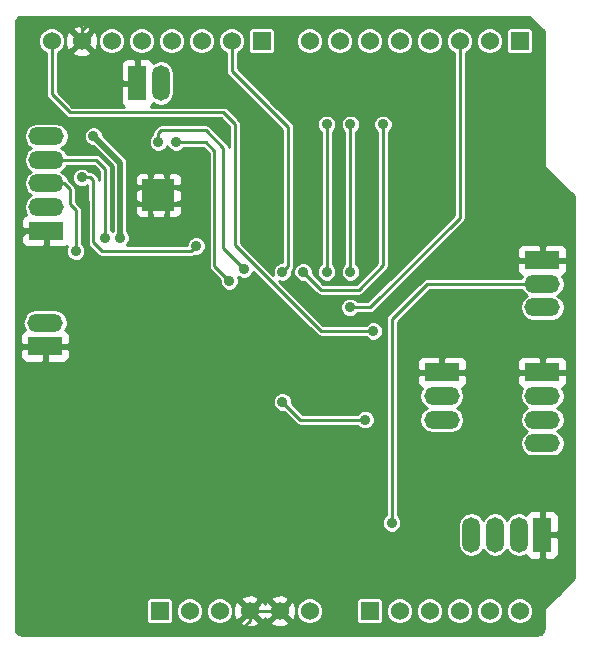
<source format=gbl>
G04 (created by PCBNEW (2013-07-07 BZR 4022)-stable) date Tue 29 Oct 2013 08:55:39 AM NZDT*
%MOIN*%
G04 Gerber Fmt 3.4, Leading zero omitted, Abs format*
%FSLAX34Y34*%
G01*
G70*
G90*
G04 APERTURE LIST*
%ADD10C,0.00590551*%
%ADD11O,0.1181X0.0591*%
%ADD12R,0.1181X0.0591*%
%ADD13R,0.06X0.06*%
%ADD14C,0.06*%
%ADD15O,0.0591X0.1181*%
%ADD16R,0.0591X0.1181*%
%ADD17R,0.0531496X0.0525591*%
%ADD18C,0.035*%
%ADD19C,0.01*%
%ADD20C,0.02*%
G04 APERTURE END LIST*
G54D10*
G54D11*
X11184Y-20393D03*
G54D12*
X11184Y-21181D03*
G54D11*
X27756Y-23622D03*
X27756Y-22835D03*
G54D12*
X27756Y-22047D03*
G54D11*
X27756Y-24409D03*
X11220Y-15748D03*
X11220Y-16535D03*
G54D12*
X11220Y-17323D03*
G54D11*
X11220Y-14961D03*
X11220Y-14173D03*
G54D13*
X27000Y-11000D03*
G54D14*
X26000Y-11000D03*
X25000Y-11000D03*
X24000Y-11000D03*
X23000Y-11000D03*
X22000Y-11000D03*
X21000Y-11000D03*
X20000Y-11000D03*
G54D13*
X22000Y-30000D03*
G54D14*
X23000Y-30000D03*
X24000Y-30000D03*
X25000Y-30000D03*
X26000Y-30000D03*
X27000Y-30000D03*
G54D13*
X15000Y-30000D03*
G54D14*
X16000Y-30000D03*
X17000Y-30000D03*
X18000Y-30000D03*
X19000Y-30000D03*
X20000Y-30000D03*
G54D13*
X18400Y-11000D03*
G54D14*
X17400Y-11000D03*
X16400Y-11000D03*
X15400Y-11000D03*
X14400Y-11000D03*
X13400Y-11000D03*
X12400Y-11000D03*
X11400Y-11000D03*
G54D15*
X26181Y-27460D03*
X26968Y-27460D03*
G54D16*
X27756Y-27460D03*
G54D15*
X25394Y-27460D03*
X15039Y-12404D03*
G54D16*
X14251Y-12404D03*
G54D17*
X14692Y-16405D03*
X15224Y-16405D03*
X15224Y-15881D03*
X14692Y-15881D03*
G54D11*
X27756Y-19881D03*
X27756Y-19094D03*
G54D12*
X27756Y-18306D03*
G54D11*
X24409Y-23621D03*
X24409Y-22834D03*
G54D12*
X24409Y-22046D03*
G54D18*
X22125Y-20669D03*
X12795Y-14173D03*
X13681Y-17559D03*
X12401Y-15551D03*
X16220Y-17834D03*
X17322Y-18996D03*
X15551Y-14370D03*
X17814Y-18602D03*
X14960Y-14370D03*
X12401Y-16141D03*
X24685Y-27086D03*
X22559Y-27598D03*
X21732Y-27047D03*
X18267Y-19251D03*
X18622Y-18385D03*
X19173Y-10944D03*
X25748Y-23740D03*
X26732Y-24803D03*
X27165Y-25669D03*
X17165Y-26141D03*
X17480Y-27047D03*
X10629Y-10629D03*
X27460Y-14074D03*
X10826Y-23425D03*
X10826Y-30118D03*
X13681Y-30019D03*
X18897Y-14665D03*
X17913Y-16141D03*
X21338Y-19881D03*
X19094Y-18700D03*
X19094Y-23031D03*
X21850Y-23622D03*
X13188Y-17559D03*
X12204Y-18011D03*
X22736Y-27066D03*
X21358Y-18700D03*
X21358Y-13779D03*
X19783Y-18700D03*
X22440Y-13779D03*
X20570Y-13779D03*
X20570Y-18700D03*
G54D19*
X17519Y-17814D02*
X20374Y-20669D01*
X11400Y-12777D02*
X12007Y-13385D01*
X12007Y-13385D02*
X17125Y-13385D01*
X17125Y-13385D02*
X17519Y-13779D01*
X17519Y-13779D02*
X17519Y-17814D01*
X11400Y-11000D02*
X11400Y-12777D01*
X20374Y-20669D02*
X22125Y-20669D01*
G54D20*
X12795Y-14173D02*
X13681Y-15059D01*
X13681Y-15059D02*
X13681Y-17559D01*
G54D19*
X12795Y-17716D02*
X13070Y-17992D01*
X12401Y-15551D02*
X12696Y-15551D01*
X12795Y-15649D02*
X12795Y-17716D01*
X12696Y-15551D02*
X12795Y-15649D01*
X16062Y-17992D02*
X16220Y-17834D01*
X13070Y-17992D02*
X16062Y-17992D01*
X16830Y-18503D02*
X17322Y-18996D01*
X15551Y-14370D02*
X16535Y-14370D01*
X16535Y-14370D02*
X16830Y-14665D01*
X16830Y-14665D02*
X16830Y-18503D01*
X17125Y-17913D02*
X17814Y-18602D01*
X17125Y-14566D02*
X16535Y-13976D01*
X14960Y-14074D02*
X15059Y-13976D01*
X15059Y-13976D02*
X16535Y-13976D01*
X14960Y-14370D02*
X14960Y-14074D01*
X17125Y-14566D02*
X17125Y-17913D01*
X11184Y-21181D02*
X10393Y-21181D01*
X11220Y-17323D02*
X11220Y-18110D01*
X12598Y-16338D02*
X12401Y-16141D01*
X12598Y-18208D02*
X12598Y-16338D01*
X12401Y-18405D02*
X12598Y-18208D01*
X11515Y-18405D02*
X12401Y-18405D01*
X11220Y-18110D02*
X11515Y-18405D01*
X22283Y-27598D02*
X22559Y-27598D01*
X21732Y-27047D02*
X22283Y-27598D01*
X17913Y-16141D02*
X17913Y-17677D01*
X17913Y-17677D02*
X18622Y-18385D01*
X12400Y-11000D02*
X12400Y-10631D01*
X19173Y-10551D02*
X19173Y-10944D01*
X18976Y-10354D02*
X19173Y-10551D01*
X12677Y-10354D02*
X18976Y-10354D01*
X12400Y-10631D02*
X12677Y-10354D01*
X26732Y-24803D02*
X26732Y-25236D01*
X25748Y-23740D02*
X26732Y-24724D01*
X26732Y-24724D02*
X26732Y-24803D01*
X26732Y-25236D02*
X27165Y-25669D01*
X17165Y-26732D02*
X17165Y-26141D01*
X17480Y-27047D02*
X17165Y-26732D01*
X10629Y-10629D02*
X10925Y-10334D01*
X10334Y-10925D02*
X10629Y-10629D01*
X10334Y-17519D02*
X10334Y-10925D01*
X12400Y-10529D02*
X12400Y-11000D01*
X12204Y-10334D02*
X12400Y-10529D01*
X10925Y-10334D02*
X12204Y-10334D01*
X10334Y-23425D02*
X10826Y-23425D01*
X10334Y-30118D02*
X10826Y-30118D01*
X13681Y-30610D02*
X13681Y-30019D01*
X17716Y-30610D02*
X13681Y-30610D01*
X13681Y-30610D02*
X10826Y-30610D01*
X18000Y-30326D02*
X17716Y-30610D01*
X18000Y-30000D02*
X18000Y-30326D01*
X10531Y-17323D02*
X11220Y-17323D01*
X10334Y-17519D02*
X10531Y-17323D01*
X10334Y-30118D02*
X10334Y-25098D01*
X10334Y-25098D02*
X10334Y-23425D01*
X10334Y-23425D02*
X10334Y-17519D01*
X10826Y-30610D02*
X10334Y-30118D01*
X11220Y-17322D02*
X11220Y-17323D01*
X18897Y-15157D02*
X18897Y-14665D01*
X17913Y-16141D02*
X18897Y-15157D01*
X18000Y-30000D02*
X19000Y-30000D01*
X25000Y-16889D02*
X22007Y-19881D01*
X22007Y-19881D02*
X21338Y-19881D01*
X25000Y-16889D02*
X25000Y-11000D01*
X17400Y-11986D02*
X17400Y-11000D01*
X19291Y-18503D02*
X19094Y-18700D01*
X19291Y-13877D02*
X19291Y-18503D01*
X17400Y-11986D02*
X19291Y-13877D01*
X19685Y-23622D02*
X19094Y-23031D01*
X21850Y-23622D02*
X19685Y-23622D01*
X12894Y-14961D02*
X13188Y-15255D01*
X13188Y-15255D02*
X13188Y-17559D01*
X12894Y-14961D02*
X11220Y-14961D01*
X11811Y-15748D02*
X12007Y-15944D01*
X12007Y-15944D02*
X12007Y-16437D01*
X12007Y-16437D02*
X12204Y-16633D01*
X12204Y-16633D02*
X12204Y-18011D01*
X11811Y-15748D02*
X11220Y-15748D01*
X22736Y-27066D02*
X22736Y-20275D01*
X23917Y-19094D02*
X27756Y-19094D01*
X22736Y-20275D02*
X23917Y-19094D01*
X21358Y-18700D02*
X21358Y-13779D01*
X22440Y-18484D02*
X21633Y-19291D01*
X21633Y-19291D02*
X20374Y-19291D01*
X20374Y-19291D02*
X19783Y-18700D01*
X22440Y-13779D02*
X22440Y-18484D01*
X20570Y-18700D02*
X20570Y-13779D01*
G54D10*
G36*
X28801Y-28917D02*
X28593Y-29125D01*
X28593Y-22391D01*
X28593Y-21702D01*
X28593Y-18650D01*
X28593Y-17962D01*
X28555Y-17871D01*
X28486Y-17801D01*
X28395Y-17764D01*
X28297Y-17764D01*
X27866Y-17764D01*
X27804Y-17825D01*
X27804Y-18258D01*
X28531Y-18258D01*
X28593Y-18196D01*
X28593Y-17962D01*
X28593Y-18650D01*
X28593Y-18416D01*
X28531Y-18354D01*
X27804Y-18354D01*
X27804Y-18362D01*
X27707Y-18362D01*
X27707Y-18354D01*
X27707Y-18258D01*
X27707Y-17825D01*
X27645Y-17764D01*
X27448Y-17764D01*
X27448Y-11270D01*
X27448Y-10670D01*
X27425Y-10616D01*
X27384Y-10574D01*
X27329Y-10551D01*
X27270Y-10551D01*
X26670Y-10551D01*
X26616Y-10574D01*
X26574Y-10615D01*
X26551Y-10670D01*
X26551Y-10729D01*
X26551Y-11329D01*
X26574Y-11383D01*
X26615Y-11425D01*
X26670Y-11448D01*
X26729Y-11448D01*
X27329Y-11448D01*
X27383Y-11425D01*
X27425Y-11384D01*
X27448Y-11329D01*
X27448Y-11270D01*
X27448Y-17764D01*
X27214Y-17764D01*
X27116Y-17764D01*
X27025Y-17801D01*
X26956Y-17871D01*
X26918Y-17962D01*
X26918Y-18196D01*
X26980Y-18258D01*
X27707Y-18258D01*
X27707Y-18354D01*
X26980Y-18354D01*
X26918Y-18416D01*
X26918Y-18650D01*
X26956Y-18741D01*
X27025Y-18811D01*
X27093Y-18839D01*
X27055Y-18896D01*
X26448Y-18896D01*
X26448Y-10911D01*
X26380Y-10746D01*
X26254Y-10620D01*
X26089Y-10551D01*
X25911Y-10551D01*
X25746Y-10619D01*
X25620Y-10745D01*
X25551Y-10910D01*
X25551Y-11088D01*
X25619Y-11253D01*
X25745Y-11379D01*
X25910Y-11448D01*
X26088Y-11448D01*
X26253Y-11380D01*
X26379Y-11254D01*
X26448Y-11089D01*
X26448Y-10911D01*
X26448Y-18896D01*
X25448Y-18896D01*
X25448Y-10911D01*
X25380Y-10746D01*
X25254Y-10620D01*
X25089Y-10551D01*
X24911Y-10551D01*
X24746Y-10619D01*
X24620Y-10745D01*
X24551Y-10910D01*
X24551Y-11088D01*
X24619Y-11253D01*
X24745Y-11379D01*
X24801Y-11403D01*
X24801Y-16807D01*
X24448Y-17160D01*
X24448Y-10911D01*
X24380Y-10746D01*
X24254Y-10620D01*
X24089Y-10551D01*
X23911Y-10551D01*
X23746Y-10619D01*
X23620Y-10745D01*
X23551Y-10910D01*
X23551Y-11088D01*
X23619Y-11253D01*
X23745Y-11379D01*
X23910Y-11448D01*
X24088Y-11448D01*
X24253Y-11380D01*
X24379Y-11254D01*
X24448Y-11089D01*
X24448Y-10911D01*
X24448Y-17160D01*
X23448Y-18160D01*
X23448Y-10911D01*
X23380Y-10746D01*
X23254Y-10620D01*
X23089Y-10551D01*
X22911Y-10551D01*
X22746Y-10619D01*
X22620Y-10745D01*
X22551Y-10910D01*
X22551Y-11088D01*
X22619Y-11253D01*
X22745Y-11379D01*
X22910Y-11448D01*
X23088Y-11448D01*
X23253Y-11380D01*
X23379Y-11254D01*
X23448Y-11089D01*
X23448Y-10911D01*
X23448Y-18160D01*
X22764Y-18844D01*
X22764Y-13715D01*
X22715Y-13596D01*
X22624Y-13505D01*
X22505Y-13456D01*
X22448Y-13456D01*
X22448Y-10911D01*
X22380Y-10746D01*
X22254Y-10620D01*
X22089Y-10551D01*
X21911Y-10551D01*
X21746Y-10619D01*
X21620Y-10745D01*
X21551Y-10910D01*
X21551Y-11088D01*
X21619Y-11253D01*
X21745Y-11379D01*
X21910Y-11448D01*
X22088Y-11448D01*
X22253Y-11380D01*
X22379Y-11254D01*
X22448Y-11089D01*
X22448Y-10911D01*
X22448Y-13456D01*
X22376Y-13456D01*
X22257Y-13505D01*
X22166Y-13596D01*
X22117Y-13714D01*
X22117Y-13843D01*
X22166Y-13962D01*
X22242Y-14038D01*
X22242Y-18402D01*
X21681Y-18962D01*
X21681Y-18636D01*
X21632Y-18517D01*
X21556Y-18441D01*
X21556Y-14038D01*
X21632Y-13962D01*
X21681Y-13844D01*
X21681Y-13715D01*
X21632Y-13596D01*
X21541Y-13505D01*
X21448Y-13466D01*
X21448Y-10911D01*
X21380Y-10746D01*
X21254Y-10620D01*
X21089Y-10551D01*
X20911Y-10551D01*
X20746Y-10619D01*
X20620Y-10745D01*
X20551Y-10910D01*
X20551Y-11088D01*
X20619Y-11253D01*
X20745Y-11379D01*
X20910Y-11448D01*
X21088Y-11448D01*
X21253Y-11380D01*
X21379Y-11254D01*
X21448Y-11089D01*
X21448Y-10911D01*
X21448Y-13466D01*
X21422Y-13456D01*
X21294Y-13456D01*
X21175Y-13505D01*
X21084Y-13596D01*
X21034Y-13714D01*
X21034Y-13843D01*
X21083Y-13962D01*
X21159Y-14038D01*
X21159Y-18441D01*
X21084Y-18517D01*
X21034Y-18636D01*
X21034Y-18764D01*
X21083Y-18883D01*
X21174Y-18974D01*
X21293Y-19024D01*
X21422Y-19024D01*
X21541Y-18975D01*
X21632Y-18884D01*
X21681Y-18765D01*
X21681Y-18636D01*
X21681Y-18962D01*
X21551Y-19092D01*
X20894Y-19092D01*
X20894Y-18636D01*
X20845Y-18517D01*
X20769Y-18441D01*
X20769Y-14038D01*
X20844Y-13962D01*
X20894Y-13844D01*
X20894Y-13715D01*
X20845Y-13596D01*
X20754Y-13505D01*
X20635Y-13456D01*
X20506Y-13456D01*
X20448Y-13480D01*
X20448Y-10911D01*
X20380Y-10746D01*
X20254Y-10620D01*
X20089Y-10551D01*
X19911Y-10551D01*
X19746Y-10619D01*
X19620Y-10745D01*
X19551Y-10910D01*
X19551Y-11088D01*
X19619Y-11253D01*
X19745Y-11379D01*
X19910Y-11448D01*
X20088Y-11448D01*
X20253Y-11380D01*
X20379Y-11254D01*
X20448Y-11089D01*
X20448Y-10911D01*
X20448Y-13480D01*
X20387Y-13505D01*
X20296Y-13596D01*
X20247Y-13714D01*
X20247Y-13843D01*
X20296Y-13962D01*
X20372Y-14038D01*
X20372Y-18441D01*
X20296Y-18517D01*
X20247Y-18636D01*
X20247Y-18764D01*
X20296Y-18883D01*
X20387Y-18974D01*
X20506Y-19024D01*
X20634Y-19024D01*
X20753Y-18975D01*
X20844Y-18884D01*
X20894Y-18765D01*
X20894Y-18636D01*
X20894Y-19092D01*
X20456Y-19092D01*
X20106Y-18743D01*
X20106Y-18636D01*
X20057Y-18517D01*
X19966Y-18426D01*
X19848Y-18377D01*
X19719Y-18377D01*
X19600Y-18426D01*
X19509Y-18517D01*
X19460Y-18636D01*
X19459Y-18764D01*
X19509Y-18883D01*
X19600Y-18974D01*
X19718Y-19024D01*
X19826Y-19024D01*
X20233Y-19431D01*
X20298Y-19474D01*
X20298Y-19474D01*
X20374Y-19489D01*
X21633Y-19489D01*
X21709Y-19474D01*
X21709Y-19474D01*
X21774Y-19431D01*
X22581Y-18624D01*
X22581Y-18624D01*
X22581Y-18624D01*
X22624Y-18560D01*
X22624Y-18560D01*
X22636Y-18499D01*
X22639Y-18484D01*
X22639Y-18484D01*
X22639Y-18484D01*
X22639Y-14038D01*
X22714Y-13962D01*
X22764Y-13844D01*
X22764Y-13715D01*
X22764Y-18844D01*
X21925Y-19683D01*
X21597Y-19683D01*
X21522Y-19607D01*
X21403Y-19558D01*
X21274Y-19558D01*
X21155Y-19607D01*
X21064Y-19698D01*
X21015Y-19817D01*
X21015Y-19945D01*
X21064Y-20064D01*
X21155Y-20155D01*
X21273Y-20205D01*
X21402Y-20205D01*
X21521Y-20156D01*
X21597Y-20080D01*
X22007Y-20080D01*
X22083Y-20065D01*
X22083Y-20065D01*
X22148Y-20022D01*
X25140Y-17030D01*
X25183Y-16965D01*
X25183Y-16965D01*
X25198Y-16889D01*
X25198Y-11403D01*
X25253Y-11380D01*
X25379Y-11254D01*
X25448Y-11089D01*
X25448Y-10911D01*
X25448Y-18896D01*
X23917Y-18896D01*
X23841Y-18911D01*
X23777Y-18954D01*
X23777Y-18954D01*
X22595Y-20135D01*
X22552Y-20199D01*
X22537Y-20275D01*
X22537Y-26808D01*
X22462Y-26883D01*
X22449Y-26914D01*
X22449Y-20605D01*
X22400Y-20486D01*
X22309Y-20395D01*
X22190Y-20345D01*
X22061Y-20345D01*
X21943Y-20394D01*
X21866Y-20470D01*
X20456Y-20470D01*
X18995Y-19009D01*
X19029Y-19024D01*
X19158Y-19024D01*
X19277Y-18975D01*
X19368Y-18884D01*
X19417Y-18765D01*
X19417Y-18657D01*
X19431Y-18644D01*
X19431Y-18644D01*
X19431Y-18644D01*
X19474Y-18579D01*
X19474Y-18579D01*
X19486Y-18519D01*
X19489Y-18503D01*
X19489Y-18503D01*
X19489Y-18503D01*
X19489Y-13877D01*
X19489Y-13877D01*
X19489Y-13877D01*
X19486Y-13862D01*
X19474Y-13802D01*
X19474Y-13802D01*
X19431Y-13737D01*
X19431Y-13737D01*
X18848Y-13154D01*
X18848Y-11270D01*
X18848Y-10670D01*
X18825Y-10616D01*
X18784Y-10574D01*
X18729Y-10551D01*
X18670Y-10551D01*
X18070Y-10551D01*
X18016Y-10574D01*
X17974Y-10615D01*
X17951Y-10670D01*
X17951Y-10729D01*
X17951Y-11329D01*
X17974Y-11383D01*
X18015Y-11425D01*
X18070Y-11448D01*
X18129Y-11448D01*
X18729Y-11448D01*
X18783Y-11425D01*
X18825Y-11384D01*
X18848Y-11329D01*
X18848Y-11270D01*
X18848Y-13154D01*
X17598Y-11904D01*
X17598Y-11403D01*
X17653Y-11380D01*
X17779Y-11254D01*
X17848Y-11089D01*
X17848Y-10911D01*
X17780Y-10746D01*
X17654Y-10620D01*
X17489Y-10551D01*
X17311Y-10551D01*
X17146Y-10619D01*
X17020Y-10745D01*
X16951Y-10910D01*
X16951Y-11088D01*
X17019Y-11253D01*
X17145Y-11379D01*
X17201Y-11403D01*
X17201Y-11986D01*
X17216Y-12062D01*
X17259Y-12126D01*
X19092Y-13960D01*
X19092Y-18377D01*
X19030Y-18377D01*
X18911Y-18426D01*
X18820Y-18517D01*
X18771Y-18636D01*
X18771Y-18764D01*
X18785Y-18800D01*
X17718Y-17732D01*
X17718Y-13779D01*
X17703Y-13703D01*
X17703Y-13703D01*
X17659Y-13639D01*
X17659Y-13639D01*
X17266Y-13245D01*
X17201Y-13202D01*
X17125Y-13187D01*
X16848Y-13187D01*
X16848Y-10911D01*
X16780Y-10746D01*
X16654Y-10620D01*
X16489Y-10551D01*
X16311Y-10551D01*
X16146Y-10619D01*
X16020Y-10745D01*
X15951Y-10910D01*
X15951Y-11088D01*
X16019Y-11253D01*
X16145Y-11379D01*
X16310Y-11448D01*
X16488Y-11448D01*
X16653Y-11380D01*
X16779Y-11254D01*
X16848Y-11089D01*
X16848Y-10911D01*
X16848Y-13187D01*
X15848Y-13187D01*
X15848Y-10911D01*
X15780Y-10746D01*
X15654Y-10620D01*
X15489Y-10551D01*
X15311Y-10551D01*
X15146Y-10619D01*
X15020Y-10745D01*
X14951Y-10910D01*
X14951Y-11088D01*
X15019Y-11253D01*
X15145Y-11379D01*
X15310Y-11448D01*
X15488Y-11448D01*
X15653Y-11380D01*
X15779Y-11254D01*
X15848Y-11089D01*
X15848Y-10911D01*
X15848Y-13187D01*
X14704Y-13187D01*
X14756Y-13135D01*
X14784Y-13067D01*
X14870Y-13124D01*
X15039Y-13157D01*
X15209Y-13124D01*
X15353Y-13027D01*
X15450Y-12883D01*
X15483Y-12714D01*
X15483Y-12095D01*
X15450Y-11925D01*
X15353Y-11781D01*
X15209Y-11684D01*
X15039Y-11651D01*
X14870Y-11684D01*
X14848Y-11699D01*
X14848Y-10911D01*
X14780Y-10746D01*
X14654Y-10620D01*
X14489Y-10551D01*
X14311Y-10551D01*
X14146Y-10619D01*
X14020Y-10745D01*
X13951Y-10910D01*
X13951Y-11088D01*
X14019Y-11253D01*
X14145Y-11379D01*
X14310Y-11448D01*
X14488Y-11448D01*
X14653Y-11380D01*
X14779Y-11254D01*
X14848Y-11089D01*
X14848Y-10911D01*
X14848Y-11699D01*
X14784Y-11741D01*
X14756Y-11674D01*
X14687Y-11604D01*
X14596Y-11567D01*
X14362Y-11567D01*
X14300Y-11628D01*
X14300Y-12356D01*
X14308Y-12356D01*
X14308Y-12453D01*
X14300Y-12453D01*
X14300Y-12460D01*
X14203Y-12460D01*
X14203Y-12453D01*
X14203Y-12356D01*
X14203Y-11628D01*
X14141Y-11567D01*
X13907Y-11567D01*
X13848Y-11591D01*
X13848Y-10911D01*
X13780Y-10746D01*
X13654Y-10620D01*
X13489Y-10551D01*
X13311Y-10551D01*
X13146Y-10619D01*
X13020Y-10745D01*
X12951Y-10910D01*
X12951Y-11088D01*
X13019Y-11253D01*
X13145Y-11379D01*
X13310Y-11448D01*
X13488Y-11448D01*
X13653Y-11380D01*
X13779Y-11254D01*
X13848Y-11089D01*
X13848Y-10911D01*
X13848Y-11591D01*
X13816Y-11604D01*
X13747Y-11674D01*
X13709Y-11764D01*
X13709Y-11862D01*
X13709Y-12294D01*
X13771Y-12356D01*
X14203Y-12356D01*
X14203Y-12453D01*
X13771Y-12453D01*
X13709Y-12514D01*
X13709Y-12946D01*
X13709Y-13044D01*
X13747Y-13135D01*
X13799Y-13187D01*
X12951Y-13187D01*
X12951Y-11082D01*
X12941Y-10865D01*
X12877Y-10712D01*
X12783Y-10685D01*
X12714Y-10753D01*
X12714Y-10616D01*
X12687Y-10522D01*
X12482Y-10448D01*
X12265Y-10458D01*
X12112Y-10522D01*
X12085Y-10616D01*
X12400Y-10931D01*
X12714Y-10616D01*
X12714Y-10753D01*
X12468Y-11000D01*
X12783Y-11314D01*
X12877Y-11287D01*
X12951Y-11082D01*
X12951Y-13187D01*
X12714Y-13187D01*
X12714Y-11383D01*
X12400Y-11068D01*
X12331Y-11136D01*
X12331Y-11000D01*
X12016Y-10685D01*
X11922Y-10712D01*
X11848Y-10917D01*
X11858Y-11134D01*
X11922Y-11287D01*
X12016Y-11314D01*
X12331Y-11000D01*
X12331Y-11136D01*
X12085Y-11383D01*
X12112Y-11477D01*
X12317Y-11551D01*
X12534Y-11541D01*
X12687Y-11477D01*
X12714Y-11383D01*
X12714Y-13187D01*
X12090Y-13187D01*
X11598Y-12695D01*
X11598Y-11403D01*
X11653Y-11380D01*
X11779Y-11254D01*
X11848Y-11089D01*
X11848Y-10911D01*
X11780Y-10746D01*
X11654Y-10620D01*
X11489Y-10551D01*
X11311Y-10551D01*
X11146Y-10619D01*
X11020Y-10745D01*
X10951Y-10910D01*
X10951Y-11088D01*
X11019Y-11253D01*
X11145Y-11379D01*
X11201Y-11403D01*
X11201Y-12777D01*
X11216Y-12853D01*
X11259Y-12918D01*
X11867Y-13526D01*
X11867Y-13526D01*
X11931Y-13569D01*
X11931Y-13569D01*
X11992Y-13581D01*
X12007Y-13584D01*
X12007Y-13584D01*
X12007Y-13584D01*
X17043Y-13584D01*
X17321Y-13861D01*
X17321Y-14551D01*
X17309Y-14490D01*
X17309Y-14490D01*
X17266Y-14426D01*
X16675Y-13836D01*
X16611Y-13793D01*
X16535Y-13777D01*
X15059Y-13777D01*
X14983Y-13793D01*
X14918Y-13836D01*
X14820Y-13934D01*
X14777Y-13998D01*
X14762Y-14074D01*
X14762Y-14111D01*
X14686Y-14186D01*
X14637Y-14305D01*
X14637Y-14434D01*
X14686Y-14553D01*
X14777Y-14644D01*
X14896Y-14693D01*
X15024Y-14693D01*
X15143Y-14644D01*
X15234Y-14553D01*
X15255Y-14502D01*
X15276Y-14553D01*
X15367Y-14644D01*
X15486Y-14693D01*
X15615Y-14693D01*
X15734Y-14644D01*
X15810Y-14568D01*
X16453Y-14568D01*
X16632Y-14747D01*
X16632Y-18503D01*
X16647Y-18579D01*
X16690Y-18644D01*
X16999Y-18953D01*
X16999Y-19060D01*
X17048Y-19179D01*
X17139Y-19270D01*
X17258Y-19319D01*
X17386Y-19319D01*
X17505Y-19270D01*
X17596Y-19179D01*
X17646Y-19060D01*
X17646Y-18932D01*
X17617Y-18862D01*
X17631Y-18876D01*
X17750Y-18925D01*
X17879Y-18925D01*
X17997Y-18876D01*
X18088Y-18785D01*
X18124Y-18700D01*
X20233Y-20809D01*
X20298Y-20852D01*
X20298Y-20852D01*
X20374Y-20867D01*
X21867Y-20867D01*
X21942Y-20943D01*
X22061Y-20992D01*
X22190Y-20992D01*
X22308Y-20943D01*
X22400Y-20852D01*
X22449Y-20733D01*
X22449Y-20605D01*
X22449Y-26914D01*
X22412Y-27002D01*
X22412Y-27130D01*
X22461Y-27249D01*
X22552Y-27340D01*
X22671Y-27390D01*
X22800Y-27390D01*
X22919Y-27341D01*
X23010Y-27250D01*
X23059Y-27131D01*
X23059Y-27002D01*
X23010Y-26883D01*
X22934Y-26807D01*
X22934Y-20357D01*
X23999Y-19292D01*
X27055Y-19292D01*
X27132Y-19408D01*
X27251Y-19487D01*
X27132Y-19567D01*
X27036Y-19711D01*
X27002Y-19881D01*
X27036Y-20051D01*
X27132Y-20195D01*
X27276Y-20291D01*
X27446Y-20325D01*
X28065Y-20325D01*
X28235Y-20291D01*
X28379Y-20195D01*
X28475Y-20051D01*
X28509Y-19881D01*
X28475Y-19711D01*
X28379Y-19567D01*
X28260Y-19487D01*
X28379Y-19408D01*
X28475Y-19264D01*
X28509Y-19094D01*
X28475Y-18924D01*
X28418Y-18839D01*
X28486Y-18811D01*
X28555Y-18741D01*
X28593Y-18650D01*
X28593Y-21702D01*
X28555Y-21611D01*
X28486Y-21542D01*
X28395Y-21504D01*
X28297Y-21504D01*
X27866Y-21504D01*
X27804Y-21566D01*
X27804Y-21998D01*
X28531Y-21998D01*
X28593Y-21936D01*
X28593Y-21702D01*
X28593Y-22391D01*
X28593Y-22157D01*
X28531Y-22095D01*
X27804Y-22095D01*
X27804Y-22103D01*
X27707Y-22103D01*
X27707Y-22095D01*
X27707Y-21998D01*
X27707Y-21566D01*
X27645Y-21504D01*
X27214Y-21504D01*
X27116Y-21504D01*
X27025Y-21542D01*
X26956Y-21611D01*
X26918Y-21702D01*
X26918Y-21936D01*
X26980Y-21998D01*
X27707Y-21998D01*
X27707Y-22095D01*
X26980Y-22095D01*
X26918Y-22157D01*
X26918Y-22391D01*
X26956Y-22482D01*
X27025Y-22551D01*
X27093Y-22579D01*
X27036Y-22665D01*
X27002Y-22835D01*
X27036Y-23004D01*
X27132Y-23148D01*
X27251Y-23228D01*
X27132Y-23308D01*
X27036Y-23452D01*
X27002Y-23622D01*
X27036Y-23791D01*
X27132Y-23935D01*
X27251Y-24015D01*
X27132Y-24095D01*
X27036Y-24239D01*
X27002Y-24409D01*
X27036Y-24578D01*
X27132Y-24722D01*
X27276Y-24819D01*
X27446Y-24852D01*
X28065Y-24852D01*
X28235Y-24819D01*
X28379Y-24722D01*
X28475Y-24578D01*
X28509Y-24409D01*
X28475Y-24239D01*
X28379Y-24095D01*
X28260Y-24015D01*
X28379Y-23935D01*
X28475Y-23791D01*
X28509Y-23622D01*
X28475Y-23452D01*
X28379Y-23308D01*
X28260Y-23228D01*
X28379Y-23148D01*
X28475Y-23004D01*
X28509Y-22835D01*
X28475Y-22665D01*
X28418Y-22579D01*
X28486Y-22551D01*
X28555Y-22482D01*
X28593Y-22391D01*
X28593Y-29125D01*
X28298Y-29420D01*
X28298Y-28002D01*
X28298Y-26919D01*
X28298Y-26820D01*
X28260Y-26730D01*
X28191Y-26660D01*
X28100Y-26623D01*
X27866Y-26623D01*
X27804Y-26685D01*
X27804Y-27412D01*
X28236Y-27412D01*
X28298Y-27350D01*
X28298Y-26919D01*
X28298Y-28002D01*
X28298Y-27570D01*
X28236Y-27509D01*
X27804Y-27509D01*
X27804Y-28236D01*
X27866Y-28298D01*
X28100Y-28298D01*
X28191Y-28260D01*
X28260Y-28191D01*
X28298Y-28100D01*
X28298Y-28002D01*
X28298Y-29420D01*
X27859Y-29859D01*
X27816Y-29924D01*
X27801Y-30000D01*
X27801Y-30579D01*
X27782Y-30675D01*
X27740Y-30739D01*
X27707Y-30761D01*
X27707Y-28236D01*
X27707Y-27509D01*
X27699Y-27509D01*
X27699Y-27412D01*
X27707Y-27412D01*
X27707Y-26685D01*
X27645Y-26623D01*
X27411Y-26623D01*
X27320Y-26660D01*
X27251Y-26730D01*
X27223Y-26798D01*
X27137Y-26741D01*
X26968Y-26707D01*
X26798Y-26741D01*
X26654Y-26837D01*
X26574Y-26956D01*
X26495Y-26837D01*
X26350Y-26741D01*
X26181Y-26707D01*
X26011Y-26741D01*
X25867Y-26837D01*
X25787Y-26956D01*
X25708Y-26837D01*
X25563Y-26741D01*
X25394Y-26707D01*
X25246Y-26736D01*
X25246Y-22391D01*
X25246Y-21702D01*
X25209Y-21611D01*
X25140Y-21541D01*
X25049Y-21504D01*
X24951Y-21504D01*
X24519Y-21504D01*
X24458Y-21566D01*
X24458Y-21998D01*
X25185Y-21998D01*
X25246Y-21936D01*
X25246Y-21702D01*
X25246Y-22391D01*
X25246Y-22156D01*
X25185Y-22095D01*
X24458Y-22095D01*
X24458Y-22102D01*
X24361Y-22102D01*
X24361Y-22095D01*
X24361Y-21998D01*
X24361Y-21566D01*
X24299Y-21504D01*
X23867Y-21504D01*
X23769Y-21504D01*
X23679Y-21541D01*
X23609Y-21611D01*
X23572Y-21702D01*
X23572Y-21936D01*
X23633Y-21998D01*
X24361Y-21998D01*
X24361Y-22095D01*
X23633Y-22095D01*
X23572Y-22156D01*
X23572Y-22391D01*
X23609Y-22481D01*
X23679Y-22551D01*
X23746Y-22579D01*
X23689Y-22664D01*
X23656Y-22834D01*
X23689Y-23004D01*
X23786Y-23148D01*
X23905Y-23228D01*
X23786Y-23307D01*
X23689Y-23451D01*
X23656Y-23621D01*
X23689Y-23791D01*
X23786Y-23935D01*
X23930Y-24031D01*
X24100Y-24065D01*
X24719Y-24065D01*
X24888Y-24031D01*
X25032Y-23935D01*
X25129Y-23791D01*
X25163Y-23621D01*
X25129Y-23451D01*
X25032Y-23307D01*
X24913Y-23228D01*
X25032Y-23148D01*
X25129Y-23004D01*
X25163Y-22834D01*
X25129Y-22664D01*
X25072Y-22579D01*
X25140Y-22551D01*
X25209Y-22481D01*
X25246Y-22391D01*
X25246Y-26736D01*
X25224Y-26741D01*
X25080Y-26837D01*
X24983Y-26981D01*
X24950Y-27151D01*
X24950Y-27770D01*
X24983Y-27940D01*
X25080Y-28084D01*
X25224Y-28180D01*
X25394Y-28214D01*
X25563Y-28180D01*
X25708Y-28084D01*
X25787Y-27965D01*
X25867Y-28084D01*
X26011Y-28180D01*
X26181Y-28214D01*
X26350Y-28180D01*
X26495Y-28084D01*
X26574Y-27965D01*
X26654Y-28084D01*
X26798Y-28180D01*
X26968Y-28214D01*
X27137Y-28180D01*
X27223Y-28123D01*
X27251Y-28191D01*
X27320Y-28260D01*
X27411Y-28298D01*
X27645Y-28298D01*
X27707Y-28236D01*
X27707Y-30761D01*
X27675Y-30782D01*
X27580Y-30801D01*
X27448Y-30801D01*
X27448Y-29911D01*
X27380Y-29746D01*
X27254Y-29620D01*
X27089Y-29551D01*
X26911Y-29551D01*
X26746Y-29619D01*
X26620Y-29745D01*
X26551Y-29910D01*
X26551Y-30088D01*
X26619Y-30253D01*
X26745Y-30379D01*
X26910Y-30448D01*
X27088Y-30448D01*
X27253Y-30380D01*
X27379Y-30254D01*
X27448Y-30089D01*
X27448Y-29911D01*
X27448Y-30801D01*
X26448Y-30801D01*
X26448Y-29911D01*
X26380Y-29746D01*
X26254Y-29620D01*
X26089Y-29551D01*
X25911Y-29551D01*
X25746Y-29619D01*
X25620Y-29745D01*
X25551Y-29910D01*
X25551Y-30088D01*
X25619Y-30253D01*
X25745Y-30379D01*
X25910Y-30448D01*
X26088Y-30448D01*
X26253Y-30380D01*
X26379Y-30254D01*
X26448Y-30089D01*
X26448Y-29911D01*
X26448Y-30801D01*
X25448Y-30801D01*
X25448Y-29911D01*
X25380Y-29746D01*
X25254Y-29620D01*
X25089Y-29551D01*
X24911Y-29551D01*
X24746Y-29619D01*
X24620Y-29745D01*
X24551Y-29910D01*
X24551Y-30088D01*
X24619Y-30253D01*
X24745Y-30379D01*
X24910Y-30448D01*
X25088Y-30448D01*
X25253Y-30380D01*
X25379Y-30254D01*
X25448Y-30089D01*
X25448Y-29911D01*
X25448Y-30801D01*
X24448Y-30801D01*
X24448Y-29911D01*
X24380Y-29746D01*
X24254Y-29620D01*
X24089Y-29551D01*
X23911Y-29551D01*
X23746Y-29619D01*
X23620Y-29745D01*
X23551Y-29910D01*
X23551Y-30088D01*
X23619Y-30253D01*
X23745Y-30379D01*
X23910Y-30448D01*
X24088Y-30448D01*
X24253Y-30380D01*
X24379Y-30254D01*
X24448Y-30089D01*
X24448Y-29911D01*
X24448Y-30801D01*
X23448Y-30801D01*
X23448Y-29911D01*
X23380Y-29746D01*
X23254Y-29620D01*
X23089Y-29551D01*
X22911Y-29551D01*
X22746Y-29619D01*
X22620Y-29745D01*
X22551Y-29910D01*
X22551Y-30088D01*
X22619Y-30253D01*
X22745Y-30379D01*
X22910Y-30448D01*
X23088Y-30448D01*
X23253Y-30380D01*
X23379Y-30254D01*
X23448Y-30089D01*
X23448Y-29911D01*
X23448Y-30801D01*
X22448Y-30801D01*
X22448Y-30270D01*
X22448Y-29670D01*
X22425Y-29616D01*
X22384Y-29574D01*
X22329Y-29551D01*
X22270Y-29551D01*
X22173Y-29551D01*
X22173Y-23557D01*
X22124Y-23439D01*
X22033Y-23348D01*
X21915Y-23298D01*
X21786Y-23298D01*
X21667Y-23347D01*
X21591Y-23423D01*
X19767Y-23423D01*
X19417Y-23074D01*
X19417Y-22967D01*
X19368Y-22848D01*
X19277Y-22757D01*
X19159Y-22708D01*
X19030Y-22708D01*
X18911Y-22757D01*
X18820Y-22848D01*
X18771Y-22966D01*
X18771Y-23095D01*
X18820Y-23214D01*
X18911Y-23305D01*
X19029Y-23354D01*
X19137Y-23354D01*
X19544Y-23762D01*
X19609Y-23805D01*
X19609Y-23805D01*
X19685Y-23820D01*
X21591Y-23820D01*
X21666Y-23896D01*
X21785Y-23945D01*
X21914Y-23945D01*
X22033Y-23896D01*
X22124Y-23805D01*
X22173Y-23686D01*
X22173Y-23557D01*
X22173Y-29551D01*
X21670Y-29551D01*
X21616Y-29574D01*
X21574Y-29615D01*
X21551Y-29670D01*
X21551Y-29729D01*
X21551Y-30329D01*
X21574Y-30383D01*
X21615Y-30425D01*
X21670Y-30448D01*
X21729Y-30448D01*
X22329Y-30448D01*
X22383Y-30425D01*
X22425Y-30384D01*
X22448Y-30329D01*
X22448Y-30270D01*
X22448Y-30801D01*
X20448Y-30801D01*
X20448Y-29911D01*
X20380Y-29746D01*
X20254Y-29620D01*
X20089Y-29551D01*
X19911Y-29551D01*
X19746Y-29619D01*
X19620Y-29745D01*
X19551Y-29910D01*
X19551Y-30088D01*
X19619Y-30253D01*
X19745Y-30379D01*
X19910Y-30448D01*
X20088Y-30448D01*
X20253Y-30380D01*
X20379Y-30254D01*
X20448Y-30089D01*
X20448Y-29911D01*
X20448Y-30801D01*
X19551Y-30801D01*
X19551Y-30082D01*
X19541Y-29865D01*
X19477Y-29712D01*
X19383Y-29685D01*
X19314Y-29753D01*
X19314Y-29616D01*
X19287Y-29522D01*
X19082Y-29448D01*
X18865Y-29458D01*
X18712Y-29522D01*
X18685Y-29616D01*
X19000Y-29931D01*
X19314Y-29616D01*
X19314Y-29753D01*
X19068Y-30000D01*
X19383Y-30314D01*
X19477Y-30287D01*
X19551Y-30082D01*
X19551Y-30801D01*
X19314Y-30801D01*
X19314Y-30383D01*
X19000Y-30068D01*
X18931Y-30136D01*
X18931Y-30000D01*
X18616Y-29685D01*
X18522Y-29712D01*
X18501Y-29769D01*
X18477Y-29712D01*
X18383Y-29685D01*
X18314Y-29753D01*
X18314Y-29616D01*
X18287Y-29522D01*
X18082Y-29448D01*
X17865Y-29458D01*
X17712Y-29522D01*
X17685Y-29616D01*
X18000Y-29931D01*
X18314Y-29616D01*
X18314Y-29753D01*
X18068Y-30000D01*
X18383Y-30314D01*
X18477Y-30287D01*
X18498Y-30230D01*
X18522Y-30287D01*
X18616Y-30314D01*
X18931Y-30000D01*
X18931Y-30136D01*
X18685Y-30383D01*
X18712Y-30477D01*
X18917Y-30551D01*
X19134Y-30541D01*
X19287Y-30477D01*
X19314Y-30383D01*
X19314Y-30801D01*
X18314Y-30801D01*
X18314Y-30383D01*
X18000Y-30068D01*
X17931Y-30136D01*
X17931Y-30000D01*
X17616Y-29685D01*
X17522Y-29712D01*
X17448Y-29917D01*
X17458Y-30134D01*
X17522Y-30287D01*
X17616Y-30314D01*
X17931Y-30000D01*
X17931Y-30136D01*
X17685Y-30383D01*
X17712Y-30477D01*
X17917Y-30551D01*
X18134Y-30541D01*
X18287Y-30477D01*
X18314Y-30383D01*
X18314Y-30801D01*
X17448Y-30801D01*
X17448Y-29911D01*
X17380Y-29746D01*
X17254Y-29620D01*
X17089Y-29551D01*
X16911Y-29551D01*
X16746Y-29619D01*
X16620Y-29745D01*
X16551Y-29910D01*
X16551Y-30088D01*
X16619Y-30253D01*
X16745Y-30379D01*
X16910Y-30448D01*
X17088Y-30448D01*
X17253Y-30380D01*
X17379Y-30254D01*
X17448Y-30089D01*
X17448Y-29911D01*
X17448Y-30801D01*
X16543Y-30801D01*
X16543Y-17770D01*
X16494Y-17651D01*
X16403Y-17560D01*
X16285Y-17511D01*
X16156Y-17511D01*
X16037Y-17560D01*
X15946Y-17651D01*
X15897Y-17770D01*
X15897Y-17793D01*
X15737Y-17793D01*
X15737Y-16717D01*
X15737Y-16193D01*
X15737Y-16143D01*
X15737Y-16093D01*
X15737Y-15570D01*
X15699Y-15479D01*
X15630Y-15409D01*
X15539Y-15372D01*
X15441Y-15372D01*
X15334Y-15372D01*
X15272Y-15433D01*
X15272Y-15833D01*
X15675Y-15833D01*
X15737Y-15771D01*
X15737Y-15570D01*
X15737Y-16093D01*
X15737Y-16093D01*
X15737Y-15992D01*
X15675Y-15930D01*
X15622Y-15930D01*
X15539Y-15895D01*
X15441Y-15895D01*
X15334Y-15895D01*
X15300Y-15930D01*
X15272Y-15930D01*
X15272Y-15957D01*
X15272Y-16329D01*
X15272Y-16357D01*
X15300Y-16357D01*
X15334Y-16391D01*
X15441Y-16391D01*
X15539Y-16391D01*
X15622Y-16357D01*
X15675Y-16357D01*
X15737Y-16295D01*
X15737Y-16193D01*
X15737Y-16193D01*
X15737Y-16717D01*
X15737Y-16515D01*
X15675Y-16453D01*
X15272Y-16453D01*
X15272Y-16853D01*
X15334Y-16915D01*
X15441Y-16915D01*
X15539Y-16915D01*
X15630Y-16877D01*
X15699Y-16807D01*
X15737Y-16717D01*
X15737Y-17793D01*
X15205Y-17793D01*
X15205Y-16717D01*
X15205Y-16193D01*
X15205Y-16143D01*
X15205Y-16093D01*
X15205Y-15570D01*
X15175Y-15498D01*
X15175Y-15433D01*
X15114Y-15372D01*
X15007Y-15372D01*
X14958Y-15372D01*
X14909Y-15372D01*
X14803Y-15372D01*
X14741Y-15433D01*
X14741Y-15498D01*
X14711Y-15570D01*
X14711Y-15771D01*
X14741Y-15801D01*
X14741Y-15833D01*
X14773Y-15833D01*
X15143Y-15833D01*
X15175Y-15833D01*
X15175Y-15801D01*
X15205Y-15771D01*
X15205Y-15570D01*
X15205Y-16093D01*
X15205Y-16093D01*
X15205Y-15992D01*
X15175Y-15962D01*
X15175Y-15957D01*
X15175Y-15930D01*
X15148Y-15930D01*
X15114Y-15895D01*
X15007Y-15895D01*
X14958Y-15895D01*
X14909Y-15895D01*
X14803Y-15895D01*
X14768Y-15930D01*
X14741Y-15930D01*
X14741Y-15957D01*
X14741Y-15962D01*
X14711Y-15992D01*
X14711Y-16093D01*
X14711Y-16093D01*
X14711Y-16143D01*
X14711Y-16193D01*
X14711Y-16193D01*
X14711Y-16295D01*
X14741Y-16324D01*
X14741Y-16329D01*
X14741Y-16357D01*
X14768Y-16357D01*
X14803Y-16391D01*
X14909Y-16391D01*
X14958Y-16391D01*
X15007Y-16391D01*
X15114Y-16391D01*
X15148Y-16357D01*
X15175Y-16357D01*
X15175Y-16329D01*
X15175Y-16324D01*
X15205Y-16295D01*
X15205Y-16193D01*
X15205Y-16193D01*
X15205Y-16717D01*
X15205Y-16515D01*
X15175Y-16486D01*
X15175Y-16453D01*
X15143Y-16453D01*
X14773Y-16453D01*
X14741Y-16453D01*
X14741Y-16486D01*
X14711Y-16515D01*
X14711Y-16717D01*
X14741Y-16788D01*
X14741Y-16853D01*
X14803Y-16915D01*
X14909Y-16915D01*
X14958Y-16915D01*
X15007Y-16915D01*
X15114Y-16915D01*
X15175Y-16853D01*
X15175Y-16788D01*
X15205Y-16717D01*
X15205Y-17793D01*
X14644Y-17793D01*
X14644Y-16853D01*
X14644Y-16453D01*
X14644Y-16357D01*
X14644Y-16329D01*
X14644Y-15957D01*
X14644Y-15930D01*
X14644Y-15833D01*
X14644Y-15433D01*
X14582Y-15372D01*
X14476Y-15372D01*
X14377Y-15372D01*
X14287Y-15409D01*
X14217Y-15479D01*
X14180Y-15570D01*
X14180Y-15771D01*
X14242Y-15833D01*
X14644Y-15833D01*
X14644Y-15930D01*
X14617Y-15930D01*
X14582Y-15895D01*
X14476Y-15895D01*
X14377Y-15895D01*
X14294Y-15930D01*
X14242Y-15930D01*
X14180Y-15992D01*
X14180Y-16093D01*
X14180Y-16093D01*
X14180Y-16143D01*
X14180Y-16193D01*
X14180Y-16193D01*
X14180Y-16295D01*
X14242Y-16357D01*
X14294Y-16357D01*
X14377Y-16391D01*
X14476Y-16391D01*
X14582Y-16391D01*
X14617Y-16357D01*
X14644Y-16357D01*
X14644Y-16453D01*
X14242Y-16453D01*
X14180Y-16515D01*
X14180Y-16717D01*
X14217Y-16807D01*
X14287Y-16877D01*
X14377Y-16915D01*
X14476Y-16915D01*
X14582Y-16915D01*
X14644Y-16853D01*
X14644Y-17793D01*
X13903Y-17793D01*
X13955Y-17742D01*
X14004Y-17623D01*
X14004Y-17495D01*
X13955Y-17376D01*
X13929Y-17350D01*
X13929Y-15059D01*
X13910Y-14963D01*
X13910Y-14963D01*
X13892Y-14937D01*
X13856Y-14883D01*
X13856Y-14883D01*
X13118Y-14145D01*
X13118Y-14109D01*
X13069Y-13990D01*
X12978Y-13899D01*
X12859Y-13849D01*
X12731Y-13849D01*
X12612Y-13898D01*
X12521Y-13989D01*
X12471Y-14108D01*
X12471Y-14237D01*
X12520Y-14356D01*
X12611Y-14447D01*
X12730Y-14496D01*
X12767Y-14496D01*
X13432Y-15161D01*
X13432Y-17345D01*
X13387Y-17300D01*
X13387Y-15255D01*
X13372Y-15179D01*
X13372Y-15179D01*
X13329Y-15115D01*
X13329Y-15115D01*
X13034Y-14820D01*
X12970Y-14777D01*
X12894Y-14762D01*
X11920Y-14762D01*
X11843Y-14647D01*
X11723Y-14567D01*
X11843Y-14486D01*
X11939Y-14342D01*
X11973Y-14173D01*
X11939Y-14003D01*
X11843Y-13859D01*
X11699Y-13762D01*
X11529Y-13729D01*
X10910Y-13729D01*
X10740Y-13762D01*
X10596Y-13859D01*
X10500Y-14003D01*
X10466Y-14173D01*
X10500Y-14342D01*
X10596Y-14486D01*
X10716Y-14567D01*
X10596Y-14647D01*
X10500Y-14791D01*
X10466Y-14961D01*
X10500Y-15130D01*
X10596Y-15274D01*
X10716Y-15354D01*
X10596Y-15434D01*
X10500Y-15578D01*
X10466Y-15748D01*
X10500Y-15917D01*
X10596Y-16061D01*
X10716Y-16141D01*
X10596Y-16221D01*
X10500Y-16365D01*
X10466Y-16535D01*
X10500Y-16704D01*
X10557Y-16790D01*
X10489Y-16818D01*
X10420Y-16887D01*
X10382Y-16978D01*
X10382Y-17212D01*
X10444Y-17274D01*
X11171Y-17274D01*
X11171Y-17266D01*
X11268Y-17266D01*
X11268Y-17274D01*
X11276Y-17274D01*
X11276Y-17371D01*
X11268Y-17371D01*
X11268Y-17803D01*
X11330Y-17865D01*
X11761Y-17865D01*
X11860Y-17865D01*
X11926Y-17837D01*
X11881Y-17947D01*
X11881Y-18075D01*
X11930Y-18194D01*
X12021Y-18285D01*
X12140Y-18335D01*
X12268Y-18335D01*
X12387Y-18286D01*
X12478Y-18195D01*
X12528Y-18076D01*
X12528Y-17947D01*
X12479Y-17828D01*
X12403Y-17752D01*
X12403Y-16633D01*
X12403Y-16633D01*
X12403Y-16633D01*
X12400Y-16618D01*
X12388Y-16557D01*
X12388Y-16557D01*
X12345Y-16493D01*
X12345Y-16493D01*
X12206Y-16354D01*
X12206Y-15944D01*
X12206Y-15944D01*
X12206Y-15944D01*
X12203Y-15929D01*
X12191Y-15868D01*
X12191Y-15868D01*
X12148Y-15804D01*
X12148Y-15804D01*
X11951Y-15607D01*
X11944Y-15603D01*
X11939Y-15578D01*
X11843Y-15434D01*
X11724Y-15354D01*
X11843Y-15274D01*
X11920Y-15159D01*
X12811Y-15159D01*
X12990Y-15338D01*
X12990Y-15633D01*
X12978Y-15573D01*
X12978Y-15573D01*
X12935Y-15509D01*
X12837Y-15410D01*
X12772Y-15367D01*
X12696Y-15352D01*
X12660Y-15352D01*
X12585Y-15277D01*
X12466Y-15227D01*
X12337Y-15227D01*
X12218Y-15276D01*
X12127Y-15367D01*
X12078Y-15486D01*
X12078Y-15615D01*
X12127Y-15734D01*
X12218Y-15825D01*
X12336Y-15874D01*
X12465Y-15874D01*
X12584Y-15825D01*
X12596Y-15813D01*
X12596Y-17716D01*
X12611Y-17792D01*
X12654Y-17856D01*
X12930Y-18132D01*
X12930Y-18132D01*
X12994Y-18175D01*
X12994Y-18175D01*
X13070Y-18190D01*
X16062Y-18190D01*
X16138Y-18175D01*
X16138Y-18175D01*
X16165Y-18158D01*
X16165Y-18158D01*
X16284Y-18158D01*
X16403Y-18108D01*
X16494Y-18018D01*
X16543Y-17899D01*
X16543Y-17770D01*
X16543Y-30801D01*
X16448Y-30801D01*
X16448Y-29911D01*
X16380Y-29746D01*
X16254Y-29620D01*
X16089Y-29551D01*
X15911Y-29551D01*
X15746Y-29619D01*
X15620Y-29745D01*
X15551Y-29910D01*
X15551Y-30088D01*
X15619Y-30253D01*
X15745Y-30379D01*
X15910Y-30448D01*
X16088Y-30448D01*
X16253Y-30380D01*
X16379Y-30254D01*
X16448Y-30089D01*
X16448Y-29911D01*
X16448Y-30801D01*
X15448Y-30801D01*
X15448Y-30270D01*
X15448Y-29670D01*
X15425Y-29616D01*
X15384Y-29574D01*
X15329Y-29551D01*
X15270Y-29551D01*
X14670Y-29551D01*
X14616Y-29574D01*
X14574Y-29615D01*
X14551Y-29670D01*
X14551Y-29729D01*
X14551Y-30329D01*
X14574Y-30383D01*
X14615Y-30425D01*
X14670Y-30448D01*
X14729Y-30448D01*
X15329Y-30448D01*
X15383Y-30425D01*
X15425Y-30384D01*
X15448Y-30329D01*
X15448Y-30270D01*
X15448Y-30801D01*
X12021Y-30801D01*
X12021Y-21525D01*
X12021Y-20836D01*
X11983Y-20745D01*
X11914Y-20676D01*
X11846Y-20648D01*
X11903Y-20562D01*
X11937Y-20393D01*
X11903Y-20223D01*
X11807Y-20079D01*
X11663Y-19982D01*
X11493Y-19949D01*
X11171Y-19949D01*
X11171Y-17803D01*
X11171Y-17371D01*
X10444Y-17371D01*
X10382Y-17433D01*
X10382Y-17667D01*
X10420Y-17758D01*
X10489Y-17827D01*
X10580Y-17865D01*
X10678Y-17865D01*
X11110Y-17865D01*
X11171Y-17803D01*
X11171Y-19949D01*
X10874Y-19949D01*
X10704Y-19982D01*
X10560Y-20079D01*
X10464Y-20223D01*
X10430Y-20393D01*
X10464Y-20562D01*
X10521Y-20648D01*
X10453Y-20676D01*
X10384Y-20745D01*
X10346Y-20836D01*
X10346Y-21070D01*
X10408Y-21132D01*
X11135Y-21132D01*
X11135Y-21124D01*
X11232Y-21124D01*
X11232Y-21132D01*
X11959Y-21132D01*
X12021Y-21070D01*
X12021Y-20836D01*
X12021Y-21525D01*
X12021Y-21291D01*
X11959Y-21229D01*
X11232Y-21229D01*
X11232Y-21661D01*
X11294Y-21723D01*
X11725Y-21723D01*
X11823Y-21723D01*
X11914Y-21685D01*
X11983Y-21616D01*
X12021Y-21525D01*
X12021Y-30801D01*
X11135Y-30801D01*
X11135Y-21661D01*
X11135Y-21229D01*
X10408Y-21229D01*
X10346Y-21291D01*
X10346Y-21525D01*
X10384Y-21616D01*
X10453Y-21685D01*
X10544Y-21723D01*
X10642Y-21723D01*
X11073Y-21723D01*
X11135Y-21661D01*
X11135Y-30801D01*
X10420Y-30801D01*
X10324Y-30782D01*
X10260Y-30740D01*
X10217Y-30675D01*
X10198Y-30580D01*
X10198Y-10419D01*
X10217Y-10324D01*
X10260Y-10259D01*
X10324Y-10217D01*
X10420Y-10198D01*
X27317Y-10198D01*
X27801Y-10682D01*
X27801Y-15100D01*
X27816Y-15175D01*
X27859Y-15240D01*
X28801Y-16182D01*
X28801Y-28917D01*
X28801Y-28917D01*
G37*
G54D19*
X28801Y-28917D02*
X28593Y-29125D01*
X28593Y-22391D01*
X28593Y-21702D01*
X28593Y-18650D01*
X28593Y-17962D01*
X28555Y-17871D01*
X28486Y-17801D01*
X28395Y-17764D01*
X28297Y-17764D01*
X27866Y-17764D01*
X27804Y-17825D01*
X27804Y-18258D01*
X28531Y-18258D01*
X28593Y-18196D01*
X28593Y-17962D01*
X28593Y-18650D01*
X28593Y-18416D01*
X28531Y-18354D01*
X27804Y-18354D01*
X27804Y-18362D01*
X27707Y-18362D01*
X27707Y-18354D01*
X27707Y-18258D01*
X27707Y-17825D01*
X27645Y-17764D01*
X27448Y-17764D01*
X27448Y-11270D01*
X27448Y-10670D01*
X27425Y-10616D01*
X27384Y-10574D01*
X27329Y-10551D01*
X27270Y-10551D01*
X26670Y-10551D01*
X26616Y-10574D01*
X26574Y-10615D01*
X26551Y-10670D01*
X26551Y-10729D01*
X26551Y-11329D01*
X26574Y-11383D01*
X26615Y-11425D01*
X26670Y-11448D01*
X26729Y-11448D01*
X27329Y-11448D01*
X27383Y-11425D01*
X27425Y-11384D01*
X27448Y-11329D01*
X27448Y-11270D01*
X27448Y-17764D01*
X27214Y-17764D01*
X27116Y-17764D01*
X27025Y-17801D01*
X26956Y-17871D01*
X26918Y-17962D01*
X26918Y-18196D01*
X26980Y-18258D01*
X27707Y-18258D01*
X27707Y-18354D01*
X26980Y-18354D01*
X26918Y-18416D01*
X26918Y-18650D01*
X26956Y-18741D01*
X27025Y-18811D01*
X27093Y-18839D01*
X27055Y-18896D01*
X26448Y-18896D01*
X26448Y-10911D01*
X26380Y-10746D01*
X26254Y-10620D01*
X26089Y-10551D01*
X25911Y-10551D01*
X25746Y-10619D01*
X25620Y-10745D01*
X25551Y-10910D01*
X25551Y-11088D01*
X25619Y-11253D01*
X25745Y-11379D01*
X25910Y-11448D01*
X26088Y-11448D01*
X26253Y-11380D01*
X26379Y-11254D01*
X26448Y-11089D01*
X26448Y-10911D01*
X26448Y-18896D01*
X25448Y-18896D01*
X25448Y-10911D01*
X25380Y-10746D01*
X25254Y-10620D01*
X25089Y-10551D01*
X24911Y-10551D01*
X24746Y-10619D01*
X24620Y-10745D01*
X24551Y-10910D01*
X24551Y-11088D01*
X24619Y-11253D01*
X24745Y-11379D01*
X24801Y-11403D01*
X24801Y-16807D01*
X24448Y-17160D01*
X24448Y-10911D01*
X24380Y-10746D01*
X24254Y-10620D01*
X24089Y-10551D01*
X23911Y-10551D01*
X23746Y-10619D01*
X23620Y-10745D01*
X23551Y-10910D01*
X23551Y-11088D01*
X23619Y-11253D01*
X23745Y-11379D01*
X23910Y-11448D01*
X24088Y-11448D01*
X24253Y-11380D01*
X24379Y-11254D01*
X24448Y-11089D01*
X24448Y-10911D01*
X24448Y-17160D01*
X23448Y-18160D01*
X23448Y-10911D01*
X23380Y-10746D01*
X23254Y-10620D01*
X23089Y-10551D01*
X22911Y-10551D01*
X22746Y-10619D01*
X22620Y-10745D01*
X22551Y-10910D01*
X22551Y-11088D01*
X22619Y-11253D01*
X22745Y-11379D01*
X22910Y-11448D01*
X23088Y-11448D01*
X23253Y-11380D01*
X23379Y-11254D01*
X23448Y-11089D01*
X23448Y-10911D01*
X23448Y-18160D01*
X22764Y-18844D01*
X22764Y-13715D01*
X22715Y-13596D01*
X22624Y-13505D01*
X22505Y-13456D01*
X22448Y-13456D01*
X22448Y-10911D01*
X22380Y-10746D01*
X22254Y-10620D01*
X22089Y-10551D01*
X21911Y-10551D01*
X21746Y-10619D01*
X21620Y-10745D01*
X21551Y-10910D01*
X21551Y-11088D01*
X21619Y-11253D01*
X21745Y-11379D01*
X21910Y-11448D01*
X22088Y-11448D01*
X22253Y-11380D01*
X22379Y-11254D01*
X22448Y-11089D01*
X22448Y-10911D01*
X22448Y-13456D01*
X22376Y-13456D01*
X22257Y-13505D01*
X22166Y-13596D01*
X22117Y-13714D01*
X22117Y-13843D01*
X22166Y-13962D01*
X22242Y-14038D01*
X22242Y-18402D01*
X21681Y-18962D01*
X21681Y-18636D01*
X21632Y-18517D01*
X21556Y-18441D01*
X21556Y-14038D01*
X21632Y-13962D01*
X21681Y-13844D01*
X21681Y-13715D01*
X21632Y-13596D01*
X21541Y-13505D01*
X21448Y-13466D01*
X21448Y-10911D01*
X21380Y-10746D01*
X21254Y-10620D01*
X21089Y-10551D01*
X20911Y-10551D01*
X20746Y-10619D01*
X20620Y-10745D01*
X20551Y-10910D01*
X20551Y-11088D01*
X20619Y-11253D01*
X20745Y-11379D01*
X20910Y-11448D01*
X21088Y-11448D01*
X21253Y-11380D01*
X21379Y-11254D01*
X21448Y-11089D01*
X21448Y-10911D01*
X21448Y-13466D01*
X21422Y-13456D01*
X21294Y-13456D01*
X21175Y-13505D01*
X21084Y-13596D01*
X21034Y-13714D01*
X21034Y-13843D01*
X21083Y-13962D01*
X21159Y-14038D01*
X21159Y-18441D01*
X21084Y-18517D01*
X21034Y-18636D01*
X21034Y-18764D01*
X21083Y-18883D01*
X21174Y-18974D01*
X21293Y-19024D01*
X21422Y-19024D01*
X21541Y-18975D01*
X21632Y-18884D01*
X21681Y-18765D01*
X21681Y-18636D01*
X21681Y-18962D01*
X21551Y-19092D01*
X20894Y-19092D01*
X20894Y-18636D01*
X20845Y-18517D01*
X20769Y-18441D01*
X20769Y-14038D01*
X20844Y-13962D01*
X20894Y-13844D01*
X20894Y-13715D01*
X20845Y-13596D01*
X20754Y-13505D01*
X20635Y-13456D01*
X20506Y-13456D01*
X20448Y-13480D01*
X20448Y-10911D01*
X20380Y-10746D01*
X20254Y-10620D01*
X20089Y-10551D01*
X19911Y-10551D01*
X19746Y-10619D01*
X19620Y-10745D01*
X19551Y-10910D01*
X19551Y-11088D01*
X19619Y-11253D01*
X19745Y-11379D01*
X19910Y-11448D01*
X20088Y-11448D01*
X20253Y-11380D01*
X20379Y-11254D01*
X20448Y-11089D01*
X20448Y-10911D01*
X20448Y-13480D01*
X20387Y-13505D01*
X20296Y-13596D01*
X20247Y-13714D01*
X20247Y-13843D01*
X20296Y-13962D01*
X20372Y-14038D01*
X20372Y-18441D01*
X20296Y-18517D01*
X20247Y-18636D01*
X20247Y-18764D01*
X20296Y-18883D01*
X20387Y-18974D01*
X20506Y-19024D01*
X20634Y-19024D01*
X20753Y-18975D01*
X20844Y-18884D01*
X20894Y-18765D01*
X20894Y-18636D01*
X20894Y-19092D01*
X20456Y-19092D01*
X20106Y-18743D01*
X20106Y-18636D01*
X20057Y-18517D01*
X19966Y-18426D01*
X19848Y-18377D01*
X19719Y-18377D01*
X19600Y-18426D01*
X19509Y-18517D01*
X19460Y-18636D01*
X19459Y-18764D01*
X19509Y-18883D01*
X19600Y-18974D01*
X19718Y-19024D01*
X19826Y-19024D01*
X20233Y-19431D01*
X20298Y-19474D01*
X20298Y-19474D01*
X20374Y-19489D01*
X21633Y-19489D01*
X21709Y-19474D01*
X21709Y-19474D01*
X21774Y-19431D01*
X22581Y-18624D01*
X22581Y-18624D01*
X22581Y-18624D01*
X22624Y-18560D01*
X22624Y-18560D01*
X22636Y-18499D01*
X22639Y-18484D01*
X22639Y-18484D01*
X22639Y-18484D01*
X22639Y-14038D01*
X22714Y-13962D01*
X22764Y-13844D01*
X22764Y-13715D01*
X22764Y-18844D01*
X21925Y-19683D01*
X21597Y-19683D01*
X21522Y-19607D01*
X21403Y-19558D01*
X21274Y-19558D01*
X21155Y-19607D01*
X21064Y-19698D01*
X21015Y-19817D01*
X21015Y-19945D01*
X21064Y-20064D01*
X21155Y-20155D01*
X21273Y-20205D01*
X21402Y-20205D01*
X21521Y-20156D01*
X21597Y-20080D01*
X22007Y-20080D01*
X22083Y-20065D01*
X22083Y-20065D01*
X22148Y-20022D01*
X25140Y-17030D01*
X25183Y-16965D01*
X25183Y-16965D01*
X25198Y-16889D01*
X25198Y-11403D01*
X25253Y-11380D01*
X25379Y-11254D01*
X25448Y-11089D01*
X25448Y-10911D01*
X25448Y-18896D01*
X23917Y-18896D01*
X23841Y-18911D01*
X23777Y-18954D01*
X23777Y-18954D01*
X22595Y-20135D01*
X22552Y-20199D01*
X22537Y-20275D01*
X22537Y-26808D01*
X22462Y-26883D01*
X22449Y-26914D01*
X22449Y-20605D01*
X22400Y-20486D01*
X22309Y-20395D01*
X22190Y-20345D01*
X22061Y-20345D01*
X21943Y-20394D01*
X21866Y-20470D01*
X20456Y-20470D01*
X18995Y-19009D01*
X19029Y-19024D01*
X19158Y-19024D01*
X19277Y-18975D01*
X19368Y-18884D01*
X19417Y-18765D01*
X19417Y-18657D01*
X19431Y-18644D01*
X19431Y-18644D01*
X19431Y-18644D01*
X19474Y-18579D01*
X19474Y-18579D01*
X19486Y-18519D01*
X19489Y-18503D01*
X19489Y-18503D01*
X19489Y-18503D01*
X19489Y-13877D01*
X19489Y-13877D01*
X19489Y-13877D01*
X19486Y-13862D01*
X19474Y-13802D01*
X19474Y-13802D01*
X19431Y-13737D01*
X19431Y-13737D01*
X18848Y-13154D01*
X18848Y-11270D01*
X18848Y-10670D01*
X18825Y-10616D01*
X18784Y-10574D01*
X18729Y-10551D01*
X18670Y-10551D01*
X18070Y-10551D01*
X18016Y-10574D01*
X17974Y-10615D01*
X17951Y-10670D01*
X17951Y-10729D01*
X17951Y-11329D01*
X17974Y-11383D01*
X18015Y-11425D01*
X18070Y-11448D01*
X18129Y-11448D01*
X18729Y-11448D01*
X18783Y-11425D01*
X18825Y-11384D01*
X18848Y-11329D01*
X18848Y-11270D01*
X18848Y-13154D01*
X17598Y-11904D01*
X17598Y-11403D01*
X17653Y-11380D01*
X17779Y-11254D01*
X17848Y-11089D01*
X17848Y-10911D01*
X17780Y-10746D01*
X17654Y-10620D01*
X17489Y-10551D01*
X17311Y-10551D01*
X17146Y-10619D01*
X17020Y-10745D01*
X16951Y-10910D01*
X16951Y-11088D01*
X17019Y-11253D01*
X17145Y-11379D01*
X17201Y-11403D01*
X17201Y-11986D01*
X17216Y-12062D01*
X17259Y-12126D01*
X19092Y-13960D01*
X19092Y-18377D01*
X19030Y-18377D01*
X18911Y-18426D01*
X18820Y-18517D01*
X18771Y-18636D01*
X18771Y-18764D01*
X18785Y-18800D01*
X17718Y-17732D01*
X17718Y-13779D01*
X17703Y-13703D01*
X17703Y-13703D01*
X17659Y-13639D01*
X17659Y-13639D01*
X17266Y-13245D01*
X17201Y-13202D01*
X17125Y-13187D01*
X16848Y-13187D01*
X16848Y-10911D01*
X16780Y-10746D01*
X16654Y-10620D01*
X16489Y-10551D01*
X16311Y-10551D01*
X16146Y-10619D01*
X16020Y-10745D01*
X15951Y-10910D01*
X15951Y-11088D01*
X16019Y-11253D01*
X16145Y-11379D01*
X16310Y-11448D01*
X16488Y-11448D01*
X16653Y-11380D01*
X16779Y-11254D01*
X16848Y-11089D01*
X16848Y-10911D01*
X16848Y-13187D01*
X15848Y-13187D01*
X15848Y-10911D01*
X15780Y-10746D01*
X15654Y-10620D01*
X15489Y-10551D01*
X15311Y-10551D01*
X15146Y-10619D01*
X15020Y-10745D01*
X14951Y-10910D01*
X14951Y-11088D01*
X15019Y-11253D01*
X15145Y-11379D01*
X15310Y-11448D01*
X15488Y-11448D01*
X15653Y-11380D01*
X15779Y-11254D01*
X15848Y-11089D01*
X15848Y-10911D01*
X15848Y-13187D01*
X14704Y-13187D01*
X14756Y-13135D01*
X14784Y-13067D01*
X14870Y-13124D01*
X15039Y-13157D01*
X15209Y-13124D01*
X15353Y-13027D01*
X15450Y-12883D01*
X15483Y-12714D01*
X15483Y-12095D01*
X15450Y-11925D01*
X15353Y-11781D01*
X15209Y-11684D01*
X15039Y-11651D01*
X14870Y-11684D01*
X14848Y-11699D01*
X14848Y-10911D01*
X14780Y-10746D01*
X14654Y-10620D01*
X14489Y-10551D01*
X14311Y-10551D01*
X14146Y-10619D01*
X14020Y-10745D01*
X13951Y-10910D01*
X13951Y-11088D01*
X14019Y-11253D01*
X14145Y-11379D01*
X14310Y-11448D01*
X14488Y-11448D01*
X14653Y-11380D01*
X14779Y-11254D01*
X14848Y-11089D01*
X14848Y-10911D01*
X14848Y-11699D01*
X14784Y-11741D01*
X14756Y-11674D01*
X14687Y-11604D01*
X14596Y-11567D01*
X14362Y-11567D01*
X14300Y-11628D01*
X14300Y-12356D01*
X14308Y-12356D01*
X14308Y-12453D01*
X14300Y-12453D01*
X14300Y-12460D01*
X14203Y-12460D01*
X14203Y-12453D01*
X14203Y-12356D01*
X14203Y-11628D01*
X14141Y-11567D01*
X13907Y-11567D01*
X13848Y-11591D01*
X13848Y-10911D01*
X13780Y-10746D01*
X13654Y-10620D01*
X13489Y-10551D01*
X13311Y-10551D01*
X13146Y-10619D01*
X13020Y-10745D01*
X12951Y-10910D01*
X12951Y-11088D01*
X13019Y-11253D01*
X13145Y-11379D01*
X13310Y-11448D01*
X13488Y-11448D01*
X13653Y-11380D01*
X13779Y-11254D01*
X13848Y-11089D01*
X13848Y-10911D01*
X13848Y-11591D01*
X13816Y-11604D01*
X13747Y-11674D01*
X13709Y-11764D01*
X13709Y-11862D01*
X13709Y-12294D01*
X13771Y-12356D01*
X14203Y-12356D01*
X14203Y-12453D01*
X13771Y-12453D01*
X13709Y-12514D01*
X13709Y-12946D01*
X13709Y-13044D01*
X13747Y-13135D01*
X13799Y-13187D01*
X12951Y-13187D01*
X12951Y-11082D01*
X12941Y-10865D01*
X12877Y-10712D01*
X12783Y-10685D01*
X12714Y-10753D01*
X12714Y-10616D01*
X12687Y-10522D01*
X12482Y-10448D01*
X12265Y-10458D01*
X12112Y-10522D01*
X12085Y-10616D01*
X12400Y-10931D01*
X12714Y-10616D01*
X12714Y-10753D01*
X12468Y-11000D01*
X12783Y-11314D01*
X12877Y-11287D01*
X12951Y-11082D01*
X12951Y-13187D01*
X12714Y-13187D01*
X12714Y-11383D01*
X12400Y-11068D01*
X12331Y-11136D01*
X12331Y-11000D01*
X12016Y-10685D01*
X11922Y-10712D01*
X11848Y-10917D01*
X11858Y-11134D01*
X11922Y-11287D01*
X12016Y-11314D01*
X12331Y-11000D01*
X12331Y-11136D01*
X12085Y-11383D01*
X12112Y-11477D01*
X12317Y-11551D01*
X12534Y-11541D01*
X12687Y-11477D01*
X12714Y-11383D01*
X12714Y-13187D01*
X12090Y-13187D01*
X11598Y-12695D01*
X11598Y-11403D01*
X11653Y-11380D01*
X11779Y-11254D01*
X11848Y-11089D01*
X11848Y-10911D01*
X11780Y-10746D01*
X11654Y-10620D01*
X11489Y-10551D01*
X11311Y-10551D01*
X11146Y-10619D01*
X11020Y-10745D01*
X10951Y-10910D01*
X10951Y-11088D01*
X11019Y-11253D01*
X11145Y-11379D01*
X11201Y-11403D01*
X11201Y-12777D01*
X11216Y-12853D01*
X11259Y-12918D01*
X11867Y-13526D01*
X11867Y-13526D01*
X11931Y-13569D01*
X11931Y-13569D01*
X11992Y-13581D01*
X12007Y-13584D01*
X12007Y-13584D01*
X12007Y-13584D01*
X17043Y-13584D01*
X17321Y-13861D01*
X17321Y-14551D01*
X17309Y-14490D01*
X17309Y-14490D01*
X17266Y-14426D01*
X16675Y-13836D01*
X16611Y-13793D01*
X16535Y-13777D01*
X15059Y-13777D01*
X14983Y-13793D01*
X14918Y-13836D01*
X14820Y-13934D01*
X14777Y-13998D01*
X14762Y-14074D01*
X14762Y-14111D01*
X14686Y-14186D01*
X14637Y-14305D01*
X14637Y-14434D01*
X14686Y-14553D01*
X14777Y-14644D01*
X14896Y-14693D01*
X15024Y-14693D01*
X15143Y-14644D01*
X15234Y-14553D01*
X15255Y-14502D01*
X15276Y-14553D01*
X15367Y-14644D01*
X15486Y-14693D01*
X15615Y-14693D01*
X15734Y-14644D01*
X15810Y-14568D01*
X16453Y-14568D01*
X16632Y-14747D01*
X16632Y-18503D01*
X16647Y-18579D01*
X16690Y-18644D01*
X16999Y-18953D01*
X16999Y-19060D01*
X17048Y-19179D01*
X17139Y-19270D01*
X17258Y-19319D01*
X17386Y-19319D01*
X17505Y-19270D01*
X17596Y-19179D01*
X17646Y-19060D01*
X17646Y-18932D01*
X17617Y-18862D01*
X17631Y-18876D01*
X17750Y-18925D01*
X17879Y-18925D01*
X17997Y-18876D01*
X18088Y-18785D01*
X18124Y-18700D01*
X20233Y-20809D01*
X20298Y-20852D01*
X20298Y-20852D01*
X20374Y-20867D01*
X21867Y-20867D01*
X21942Y-20943D01*
X22061Y-20992D01*
X22190Y-20992D01*
X22308Y-20943D01*
X22400Y-20852D01*
X22449Y-20733D01*
X22449Y-20605D01*
X22449Y-26914D01*
X22412Y-27002D01*
X22412Y-27130D01*
X22461Y-27249D01*
X22552Y-27340D01*
X22671Y-27390D01*
X22800Y-27390D01*
X22919Y-27341D01*
X23010Y-27250D01*
X23059Y-27131D01*
X23059Y-27002D01*
X23010Y-26883D01*
X22934Y-26807D01*
X22934Y-20357D01*
X23999Y-19292D01*
X27055Y-19292D01*
X27132Y-19408D01*
X27251Y-19487D01*
X27132Y-19567D01*
X27036Y-19711D01*
X27002Y-19881D01*
X27036Y-20051D01*
X27132Y-20195D01*
X27276Y-20291D01*
X27446Y-20325D01*
X28065Y-20325D01*
X28235Y-20291D01*
X28379Y-20195D01*
X28475Y-20051D01*
X28509Y-19881D01*
X28475Y-19711D01*
X28379Y-19567D01*
X28260Y-19487D01*
X28379Y-19408D01*
X28475Y-19264D01*
X28509Y-19094D01*
X28475Y-18924D01*
X28418Y-18839D01*
X28486Y-18811D01*
X28555Y-18741D01*
X28593Y-18650D01*
X28593Y-21702D01*
X28555Y-21611D01*
X28486Y-21542D01*
X28395Y-21504D01*
X28297Y-21504D01*
X27866Y-21504D01*
X27804Y-21566D01*
X27804Y-21998D01*
X28531Y-21998D01*
X28593Y-21936D01*
X28593Y-21702D01*
X28593Y-22391D01*
X28593Y-22157D01*
X28531Y-22095D01*
X27804Y-22095D01*
X27804Y-22103D01*
X27707Y-22103D01*
X27707Y-22095D01*
X27707Y-21998D01*
X27707Y-21566D01*
X27645Y-21504D01*
X27214Y-21504D01*
X27116Y-21504D01*
X27025Y-21542D01*
X26956Y-21611D01*
X26918Y-21702D01*
X26918Y-21936D01*
X26980Y-21998D01*
X27707Y-21998D01*
X27707Y-22095D01*
X26980Y-22095D01*
X26918Y-22157D01*
X26918Y-22391D01*
X26956Y-22482D01*
X27025Y-22551D01*
X27093Y-22579D01*
X27036Y-22665D01*
X27002Y-22835D01*
X27036Y-23004D01*
X27132Y-23148D01*
X27251Y-23228D01*
X27132Y-23308D01*
X27036Y-23452D01*
X27002Y-23622D01*
X27036Y-23791D01*
X27132Y-23935D01*
X27251Y-24015D01*
X27132Y-24095D01*
X27036Y-24239D01*
X27002Y-24409D01*
X27036Y-24578D01*
X27132Y-24722D01*
X27276Y-24819D01*
X27446Y-24852D01*
X28065Y-24852D01*
X28235Y-24819D01*
X28379Y-24722D01*
X28475Y-24578D01*
X28509Y-24409D01*
X28475Y-24239D01*
X28379Y-24095D01*
X28260Y-24015D01*
X28379Y-23935D01*
X28475Y-23791D01*
X28509Y-23622D01*
X28475Y-23452D01*
X28379Y-23308D01*
X28260Y-23228D01*
X28379Y-23148D01*
X28475Y-23004D01*
X28509Y-22835D01*
X28475Y-22665D01*
X28418Y-22579D01*
X28486Y-22551D01*
X28555Y-22482D01*
X28593Y-22391D01*
X28593Y-29125D01*
X28298Y-29420D01*
X28298Y-28002D01*
X28298Y-26919D01*
X28298Y-26820D01*
X28260Y-26730D01*
X28191Y-26660D01*
X28100Y-26623D01*
X27866Y-26623D01*
X27804Y-26685D01*
X27804Y-27412D01*
X28236Y-27412D01*
X28298Y-27350D01*
X28298Y-26919D01*
X28298Y-28002D01*
X28298Y-27570D01*
X28236Y-27509D01*
X27804Y-27509D01*
X27804Y-28236D01*
X27866Y-28298D01*
X28100Y-28298D01*
X28191Y-28260D01*
X28260Y-28191D01*
X28298Y-28100D01*
X28298Y-28002D01*
X28298Y-29420D01*
X27859Y-29859D01*
X27816Y-29924D01*
X27801Y-30000D01*
X27801Y-30579D01*
X27782Y-30675D01*
X27740Y-30739D01*
X27707Y-30761D01*
X27707Y-28236D01*
X27707Y-27509D01*
X27699Y-27509D01*
X27699Y-27412D01*
X27707Y-27412D01*
X27707Y-26685D01*
X27645Y-26623D01*
X27411Y-26623D01*
X27320Y-26660D01*
X27251Y-26730D01*
X27223Y-26798D01*
X27137Y-26741D01*
X26968Y-26707D01*
X26798Y-26741D01*
X26654Y-26837D01*
X26574Y-26956D01*
X26495Y-26837D01*
X26350Y-26741D01*
X26181Y-26707D01*
X26011Y-26741D01*
X25867Y-26837D01*
X25787Y-26956D01*
X25708Y-26837D01*
X25563Y-26741D01*
X25394Y-26707D01*
X25246Y-26736D01*
X25246Y-22391D01*
X25246Y-21702D01*
X25209Y-21611D01*
X25140Y-21541D01*
X25049Y-21504D01*
X24951Y-21504D01*
X24519Y-21504D01*
X24458Y-21566D01*
X24458Y-21998D01*
X25185Y-21998D01*
X25246Y-21936D01*
X25246Y-21702D01*
X25246Y-22391D01*
X25246Y-22156D01*
X25185Y-22095D01*
X24458Y-22095D01*
X24458Y-22102D01*
X24361Y-22102D01*
X24361Y-22095D01*
X24361Y-21998D01*
X24361Y-21566D01*
X24299Y-21504D01*
X23867Y-21504D01*
X23769Y-21504D01*
X23679Y-21541D01*
X23609Y-21611D01*
X23572Y-21702D01*
X23572Y-21936D01*
X23633Y-21998D01*
X24361Y-21998D01*
X24361Y-22095D01*
X23633Y-22095D01*
X23572Y-22156D01*
X23572Y-22391D01*
X23609Y-22481D01*
X23679Y-22551D01*
X23746Y-22579D01*
X23689Y-22664D01*
X23656Y-22834D01*
X23689Y-23004D01*
X23786Y-23148D01*
X23905Y-23228D01*
X23786Y-23307D01*
X23689Y-23451D01*
X23656Y-23621D01*
X23689Y-23791D01*
X23786Y-23935D01*
X23930Y-24031D01*
X24100Y-24065D01*
X24719Y-24065D01*
X24888Y-24031D01*
X25032Y-23935D01*
X25129Y-23791D01*
X25163Y-23621D01*
X25129Y-23451D01*
X25032Y-23307D01*
X24913Y-23228D01*
X25032Y-23148D01*
X25129Y-23004D01*
X25163Y-22834D01*
X25129Y-22664D01*
X25072Y-22579D01*
X25140Y-22551D01*
X25209Y-22481D01*
X25246Y-22391D01*
X25246Y-26736D01*
X25224Y-26741D01*
X25080Y-26837D01*
X24983Y-26981D01*
X24950Y-27151D01*
X24950Y-27770D01*
X24983Y-27940D01*
X25080Y-28084D01*
X25224Y-28180D01*
X25394Y-28214D01*
X25563Y-28180D01*
X25708Y-28084D01*
X25787Y-27965D01*
X25867Y-28084D01*
X26011Y-28180D01*
X26181Y-28214D01*
X26350Y-28180D01*
X26495Y-28084D01*
X26574Y-27965D01*
X26654Y-28084D01*
X26798Y-28180D01*
X26968Y-28214D01*
X27137Y-28180D01*
X27223Y-28123D01*
X27251Y-28191D01*
X27320Y-28260D01*
X27411Y-28298D01*
X27645Y-28298D01*
X27707Y-28236D01*
X27707Y-30761D01*
X27675Y-30782D01*
X27580Y-30801D01*
X27448Y-30801D01*
X27448Y-29911D01*
X27380Y-29746D01*
X27254Y-29620D01*
X27089Y-29551D01*
X26911Y-29551D01*
X26746Y-29619D01*
X26620Y-29745D01*
X26551Y-29910D01*
X26551Y-30088D01*
X26619Y-30253D01*
X26745Y-30379D01*
X26910Y-30448D01*
X27088Y-30448D01*
X27253Y-30380D01*
X27379Y-30254D01*
X27448Y-30089D01*
X27448Y-29911D01*
X27448Y-30801D01*
X26448Y-30801D01*
X26448Y-29911D01*
X26380Y-29746D01*
X26254Y-29620D01*
X26089Y-29551D01*
X25911Y-29551D01*
X25746Y-29619D01*
X25620Y-29745D01*
X25551Y-29910D01*
X25551Y-30088D01*
X25619Y-30253D01*
X25745Y-30379D01*
X25910Y-30448D01*
X26088Y-30448D01*
X26253Y-30380D01*
X26379Y-30254D01*
X26448Y-30089D01*
X26448Y-29911D01*
X26448Y-30801D01*
X25448Y-30801D01*
X25448Y-29911D01*
X25380Y-29746D01*
X25254Y-29620D01*
X25089Y-29551D01*
X24911Y-29551D01*
X24746Y-29619D01*
X24620Y-29745D01*
X24551Y-29910D01*
X24551Y-30088D01*
X24619Y-30253D01*
X24745Y-30379D01*
X24910Y-30448D01*
X25088Y-30448D01*
X25253Y-30380D01*
X25379Y-30254D01*
X25448Y-30089D01*
X25448Y-29911D01*
X25448Y-30801D01*
X24448Y-30801D01*
X24448Y-29911D01*
X24380Y-29746D01*
X24254Y-29620D01*
X24089Y-29551D01*
X23911Y-29551D01*
X23746Y-29619D01*
X23620Y-29745D01*
X23551Y-29910D01*
X23551Y-30088D01*
X23619Y-30253D01*
X23745Y-30379D01*
X23910Y-30448D01*
X24088Y-30448D01*
X24253Y-30380D01*
X24379Y-30254D01*
X24448Y-30089D01*
X24448Y-29911D01*
X24448Y-30801D01*
X23448Y-30801D01*
X23448Y-29911D01*
X23380Y-29746D01*
X23254Y-29620D01*
X23089Y-29551D01*
X22911Y-29551D01*
X22746Y-29619D01*
X22620Y-29745D01*
X22551Y-29910D01*
X22551Y-30088D01*
X22619Y-30253D01*
X22745Y-30379D01*
X22910Y-30448D01*
X23088Y-30448D01*
X23253Y-30380D01*
X23379Y-30254D01*
X23448Y-30089D01*
X23448Y-29911D01*
X23448Y-30801D01*
X22448Y-30801D01*
X22448Y-30270D01*
X22448Y-29670D01*
X22425Y-29616D01*
X22384Y-29574D01*
X22329Y-29551D01*
X22270Y-29551D01*
X22173Y-29551D01*
X22173Y-23557D01*
X22124Y-23439D01*
X22033Y-23348D01*
X21915Y-23298D01*
X21786Y-23298D01*
X21667Y-23347D01*
X21591Y-23423D01*
X19767Y-23423D01*
X19417Y-23074D01*
X19417Y-22967D01*
X19368Y-22848D01*
X19277Y-22757D01*
X19159Y-22708D01*
X19030Y-22708D01*
X18911Y-22757D01*
X18820Y-22848D01*
X18771Y-22966D01*
X18771Y-23095D01*
X18820Y-23214D01*
X18911Y-23305D01*
X19029Y-23354D01*
X19137Y-23354D01*
X19544Y-23762D01*
X19609Y-23805D01*
X19609Y-23805D01*
X19685Y-23820D01*
X21591Y-23820D01*
X21666Y-23896D01*
X21785Y-23945D01*
X21914Y-23945D01*
X22033Y-23896D01*
X22124Y-23805D01*
X22173Y-23686D01*
X22173Y-23557D01*
X22173Y-29551D01*
X21670Y-29551D01*
X21616Y-29574D01*
X21574Y-29615D01*
X21551Y-29670D01*
X21551Y-29729D01*
X21551Y-30329D01*
X21574Y-30383D01*
X21615Y-30425D01*
X21670Y-30448D01*
X21729Y-30448D01*
X22329Y-30448D01*
X22383Y-30425D01*
X22425Y-30384D01*
X22448Y-30329D01*
X22448Y-30270D01*
X22448Y-30801D01*
X20448Y-30801D01*
X20448Y-29911D01*
X20380Y-29746D01*
X20254Y-29620D01*
X20089Y-29551D01*
X19911Y-29551D01*
X19746Y-29619D01*
X19620Y-29745D01*
X19551Y-29910D01*
X19551Y-30088D01*
X19619Y-30253D01*
X19745Y-30379D01*
X19910Y-30448D01*
X20088Y-30448D01*
X20253Y-30380D01*
X20379Y-30254D01*
X20448Y-30089D01*
X20448Y-29911D01*
X20448Y-30801D01*
X19551Y-30801D01*
X19551Y-30082D01*
X19541Y-29865D01*
X19477Y-29712D01*
X19383Y-29685D01*
X19314Y-29753D01*
X19314Y-29616D01*
X19287Y-29522D01*
X19082Y-29448D01*
X18865Y-29458D01*
X18712Y-29522D01*
X18685Y-29616D01*
X19000Y-29931D01*
X19314Y-29616D01*
X19314Y-29753D01*
X19068Y-30000D01*
X19383Y-30314D01*
X19477Y-30287D01*
X19551Y-30082D01*
X19551Y-30801D01*
X19314Y-30801D01*
X19314Y-30383D01*
X19000Y-30068D01*
X18931Y-30136D01*
X18931Y-30000D01*
X18616Y-29685D01*
X18522Y-29712D01*
X18501Y-29769D01*
X18477Y-29712D01*
X18383Y-29685D01*
X18314Y-29753D01*
X18314Y-29616D01*
X18287Y-29522D01*
X18082Y-29448D01*
X17865Y-29458D01*
X17712Y-29522D01*
X17685Y-29616D01*
X18000Y-29931D01*
X18314Y-29616D01*
X18314Y-29753D01*
X18068Y-30000D01*
X18383Y-30314D01*
X18477Y-30287D01*
X18498Y-30230D01*
X18522Y-30287D01*
X18616Y-30314D01*
X18931Y-30000D01*
X18931Y-30136D01*
X18685Y-30383D01*
X18712Y-30477D01*
X18917Y-30551D01*
X19134Y-30541D01*
X19287Y-30477D01*
X19314Y-30383D01*
X19314Y-30801D01*
X18314Y-30801D01*
X18314Y-30383D01*
X18000Y-30068D01*
X17931Y-30136D01*
X17931Y-30000D01*
X17616Y-29685D01*
X17522Y-29712D01*
X17448Y-29917D01*
X17458Y-30134D01*
X17522Y-30287D01*
X17616Y-30314D01*
X17931Y-30000D01*
X17931Y-30136D01*
X17685Y-30383D01*
X17712Y-30477D01*
X17917Y-30551D01*
X18134Y-30541D01*
X18287Y-30477D01*
X18314Y-30383D01*
X18314Y-30801D01*
X17448Y-30801D01*
X17448Y-29911D01*
X17380Y-29746D01*
X17254Y-29620D01*
X17089Y-29551D01*
X16911Y-29551D01*
X16746Y-29619D01*
X16620Y-29745D01*
X16551Y-29910D01*
X16551Y-30088D01*
X16619Y-30253D01*
X16745Y-30379D01*
X16910Y-30448D01*
X17088Y-30448D01*
X17253Y-30380D01*
X17379Y-30254D01*
X17448Y-30089D01*
X17448Y-29911D01*
X17448Y-30801D01*
X16543Y-30801D01*
X16543Y-17770D01*
X16494Y-17651D01*
X16403Y-17560D01*
X16285Y-17511D01*
X16156Y-17511D01*
X16037Y-17560D01*
X15946Y-17651D01*
X15897Y-17770D01*
X15897Y-17793D01*
X15737Y-17793D01*
X15737Y-16717D01*
X15737Y-16193D01*
X15737Y-16143D01*
X15737Y-16093D01*
X15737Y-15570D01*
X15699Y-15479D01*
X15630Y-15409D01*
X15539Y-15372D01*
X15441Y-15372D01*
X15334Y-15372D01*
X15272Y-15433D01*
X15272Y-15833D01*
X15675Y-15833D01*
X15737Y-15771D01*
X15737Y-15570D01*
X15737Y-16093D01*
X15737Y-16093D01*
X15737Y-15992D01*
X15675Y-15930D01*
X15622Y-15930D01*
X15539Y-15895D01*
X15441Y-15895D01*
X15334Y-15895D01*
X15300Y-15930D01*
X15272Y-15930D01*
X15272Y-15957D01*
X15272Y-16329D01*
X15272Y-16357D01*
X15300Y-16357D01*
X15334Y-16391D01*
X15441Y-16391D01*
X15539Y-16391D01*
X15622Y-16357D01*
X15675Y-16357D01*
X15737Y-16295D01*
X15737Y-16193D01*
X15737Y-16193D01*
X15737Y-16717D01*
X15737Y-16515D01*
X15675Y-16453D01*
X15272Y-16453D01*
X15272Y-16853D01*
X15334Y-16915D01*
X15441Y-16915D01*
X15539Y-16915D01*
X15630Y-16877D01*
X15699Y-16807D01*
X15737Y-16717D01*
X15737Y-17793D01*
X15205Y-17793D01*
X15205Y-16717D01*
X15205Y-16193D01*
X15205Y-16143D01*
X15205Y-16093D01*
X15205Y-15570D01*
X15175Y-15498D01*
X15175Y-15433D01*
X15114Y-15372D01*
X15007Y-15372D01*
X14958Y-15372D01*
X14909Y-15372D01*
X14803Y-15372D01*
X14741Y-15433D01*
X14741Y-15498D01*
X14711Y-15570D01*
X14711Y-15771D01*
X14741Y-15801D01*
X14741Y-15833D01*
X14773Y-15833D01*
X15143Y-15833D01*
X15175Y-15833D01*
X15175Y-15801D01*
X15205Y-15771D01*
X15205Y-15570D01*
X15205Y-16093D01*
X15205Y-16093D01*
X15205Y-15992D01*
X15175Y-15962D01*
X15175Y-15957D01*
X15175Y-15930D01*
X15148Y-15930D01*
X15114Y-15895D01*
X15007Y-15895D01*
X14958Y-15895D01*
X14909Y-15895D01*
X14803Y-15895D01*
X14768Y-15930D01*
X14741Y-15930D01*
X14741Y-15957D01*
X14741Y-15962D01*
X14711Y-15992D01*
X14711Y-16093D01*
X14711Y-16093D01*
X14711Y-16143D01*
X14711Y-16193D01*
X14711Y-16193D01*
X14711Y-16295D01*
X14741Y-16324D01*
X14741Y-16329D01*
X14741Y-16357D01*
X14768Y-16357D01*
X14803Y-16391D01*
X14909Y-16391D01*
X14958Y-16391D01*
X15007Y-16391D01*
X15114Y-16391D01*
X15148Y-16357D01*
X15175Y-16357D01*
X15175Y-16329D01*
X15175Y-16324D01*
X15205Y-16295D01*
X15205Y-16193D01*
X15205Y-16193D01*
X15205Y-16717D01*
X15205Y-16515D01*
X15175Y-16486D01*
X15175Y-16453D01*
X15143Y-16453D01*
X14773Y-16453D01*
X14741Y-16453D01*
X14741Y-16486D01*
X14711Y-16515D01*
X14711Y-16717D01*
X14741Y-16788D01*
X14741Y-16853D01*
X14803Y-16915D01*
X14909Y-16915D01*
X14958Y-16915D01*
X15007Y-16915D01*
X15114Y-16915D01*
X15175Y-16853D01*
X15175Y-16788D01*
X15205Y-16717D01*
X15205Y-17793D01*
X14644Y-17793D01*
X14644Y-16853D01*
X14644Y-16453D01*
X14644Y-16357D01*
X14644Y-16329D01*
X14644Y-15957D01*
X14644Y-15930D01*
X14644Y-15833D01*
X14644Y-15433D01*
X14582Y-15372D01*
X14476Y-15372D01*
X14377Y-15372D01*
X14287Y-15409D01*
X14217Y-15479D01*
X14180Y-15570D01*
X14180Y-15771D01*
X14242Y-15833D01*
X14644Y-15833D01*
X14644Y-15930D01*
X14617Y-15930D01*
X14582Y-15895D01*
X14476Y-15895D01*
X14377Y-15895D01*
X14294Y-15930D01*
X14242Y-15930D01*
X14180Y-15992D01*
X14180Y-16093D01*
X14180Y-16093D01*
X14180Y-16143D01*
X14180Y-16193D01*
X14180Y-16193D01*
X14180Y-16295D01*
X14242Y-16357D01*
X14294Y-16357D01*
X14377Y-16391D01*
X14476Y-16391D01*
X14582Y-16391D01*
X14617Y-16357D01*
X14644Y-16357D01*
X14644Y-16453D01*
X14242Y-16453D01*
X14180Y-16515D01*
X14180Y-16717D01*
X14217Y-16807D01*
X14287Y-16877D01*
X14377Y-16915D01*
X14476Y-16915D01*
X14582Y-16915D01*
X14644Y-16853D01*
X14644Y-17793D01*
X13903Y-17793D01*
X13955Y-17742D01*
X14004Y-17623D01*
X14004Y-17495D01*
X13955Y-17376D01*
X13929Y-17350D01*
X13929Y-15059D01*
X13910Y-14963D01*
X13910Y-14963D01*
X13892Y-14937D01*
X13856Y-14883D01*
X13856Y-14883D01*
X13118Y-14145D01*
X13118Y-14109D01*
X13069Y-13990D01*
X12978Y-13899D01*
X12859Y-13849D01*
X12731Y-13849D01*
X12612Y-13898D01*
X12521Y-13989D01*
X12471Y-14108D01*
X12471Y-14237D01*
X12520Y-14356D01*
X12611Y-14447D01*
X12730Y-14496D01*
X12767Y-14496D01*
X13432Y-15161D01*
X13432Y-17345D01*
X13387Y-17300D01*
X13387Y-15255D01*
X13372Y-15179D01*
X13372Y-15179D01*
X13329Y-15115D01*
X13329Y-15115D01*
X13034Y-14820D01*
X12970Y-14777D01*
X12894Y-14762D01*
X11920Y-14762D01*
X11843Y-14647D01*
X11723Y-14567D01*
X11843Y-14486D01*
X11939Y-14342D01*
X11973Y-14173D01*
X11939Y-14003D01*
X11843Y-13859D01*
X11699Y-13762D01*
X11529Y-13729D01*
X10910Y-13729D01*
X10740Y-13762D01*
X10596Y-13859D01*
X10500Y-14003D01*
X10466Y-14173D01*
X10500Y-14342D01*
X10596Y-14486D01*
X10716Y-14567D01*
X10596Y-14647D01*
X10500Y-14791D01*
X10466Y-14961D01*
X10500Y-15130D01*
X10596Y-15274D01*
X10716Y-15354D01*
X10596Y-15434D01*
X10500Y-15578D01*
X10466Y-15748D01*
X10500Y-15917D01*
X10596Y-16061D01*
X10716Y-16141D01*
X10596Y-16221D01*
X10500Y-16365D01*
X10466Y-16535D01*
X10500Y-16704D01*
X10557Y-16790D01*
X10489Y-16818D01*
X10420Y-16887D01*
X10382Y-16978D01*
X10382Y-17212D01*
X10444Y-17274D01*
X11171Y-17274D01*
X11171Y-17266D01*
X11268Y-17266D01*
X11268Y-17274D01*
X11276Y-17274D01*
X11276Y-17371D01*
X11268Y-17371D01*
X11268Y-17803D01*
X11330Y-17865D01*
X11761Y-17865D01*
X11860Y-17865D01*
X11926Y-17837D01*
X11881Y-17947D01*
X11881Y-18075D01*
X11930Y-18194D01*
X12021Y-18285D01*
X12140Y-18335D01*
X12268Y-18335D01*
X12387Y-18286D01*
X12478Y-18195D01*
X12528Y-18076D01*
X12528Y-17947D01*
X12479Y-17828D01*
X12403Y-17752D01*
X12403Y-16633D01*
X12403Y-16633D01*
X12403Y-16633D01*
X12400Y-16618D01*
X12388Y-16557D01*
X12388Y-16557D01*
X12345Y-16493D01*
X12345Y-16493D01*
X12206Y-16354D01*
X12206Y-15944D01*
X12206Y-15944D01*
X12206Y-15944D01*
X12203Y-15929D01*
X12191Y-15868D01*
X12191Y-15868D01*
X12148Y-15804D01*
X12148Y-15804D01*
X11951Y-15607D01*
X11944Y-15603D01*
X11939Y-15578D01*
X11843Y-15434D01*
X11724Y-15354D01*
X11843Y-15274D01*
X11920Y-15159D01*
X12811Y-15159D01*
X12990Y-15338D01*
X12990Y-15633D01*
X12978Y-15573D01*
X12978Y-15573D01*
X12935Y-15509D01*
X12837Y-15410D01*
X12772Y-15367D01*
X12696Y-15352D01*
X12660Y-15352D01*
X12585Y-15277D01*
X12466Y-15227D01*
X12337Y-15227D01*
X12218Y-15276D01*
X12127Y-15367D01*
X12078Y-15486D01*
X12078Y-15615D01*
X12127Y-15734D01*
X12218Y-15825D01*
X12336Y-15874D01*
X12465Y-15874D01*
X12584Y-15825D01*
X12596Y-15813D01*
X12596Y-17716D01*
X12611Y-17792D01*
X12654Y-17856D01*
X12930Y-18132D01*
X12930Y-18132D01*
X12994Y-18175D01*
X12994Y-18175D01*
X13070Y-18190D01*
X16062Y-18190D01*
X16138Y-18175D01*
X16138Y-18175D01*
X16165Y-18158D01*
X16165Y-18158D01*
X16284Y-18158D01*
X16403Y-18108D01*
X16494Y-18018D01*
X16543Y-17899D01*
X16543Y-17770D01*
X16543Y-30801D01*
X16448Y-30801D01*
X16448Y-29911D01*
X16380Y-29746D01*
X16254Y-29620D01*
X16089Y-29551D01*
X15911Y-29551D01*
X15746Y-29619D01*
X15620Y-29745D01*
X15551Y-29910D01*
X15551Y-30088D01*
X15619Y-30253D01*
X15745Y-30379D01*
X15910Y-30448D01*
X16088Y-30448D01*
X16253Y-30380D01*
X16379Y-30254D01*
X16448Y-30089D01*
X16448Y-29911D01*
X16448Y-30801D01*
X15448Y-30801D01*
X15448Y-30270D01*
X15448Y-29670D01*
X15425Y-29616D01*
X15384Y-29574D01*
X15329Y-29551D01*
X15270Y-29551D01*
X14670Y-29551D01*
X14616Y-29574D01*
X14574Y-29615D01*
X14551Y-29670D01*
X14551Y-29729D01*
X14551Y-30329D01*
X14574Y-30383D01*
X14615Y-30425D01*
X14670Y-30448D01*
X14729Y-30448D01*
X15329Y-30448D01*
X15383Y-30425D01*
X15425Y-30384D01*
X15448Y-30329D01*
X15448Y-30270D01*
X15448Y-30801D01*
X12021Y-30801D01*
X12021Y-21525D01*
X12021Y-20836D01*
X11983Y-20745D01*
X11914Y-20676D01*
X11846Y-20648D01*
X11903Y-20562D01*
X11937Y-20393D01*
X11903Y-20223D01*
X11807Y-20079D01*
X11663Y-19982D01*
X11493Y-19949D01*
X11171Y-19949D01*
X11171Y-17803D01*
X11171Y-17371D01*
X10444Y-17371D01*
X10382Y-17433D01*
X10382Y-17667D01*
X10420Y-17758D01*
X10489Y-17827D01*
X10580Y-17865D01*
X10678Y-17865D01*
X11110Y-17865D01*
X11171Y-17803D01*
X11171Y-19949D01*
X10874Y-19949D01*
X10704Y-19982D01*
X10560Y-20079D01*
X10464Y-20223D01*
X10430Y-20393D01*
X10464Y-20562D01*
X10521Y-20648D01*
X10453Y-20676D01*
X10384Y-20745D01*
X10346Y-20836D01*
X10346Y-21070D01*
X10408Y-21132D01*
X11135Y-21132D01*
X11135Y-21124D01*
X11232Y-21124D01*
X11232Y-21132D01*
X11959Y-21132D01*
X12021Y-21070D01*
X12021Y-20836D01*
X12021Y-21525D01*
X12021Y-21291D01*
X11959Y-21229D01*
X11232Y-21229D01*
X11232Y-21661D01*
X11294Y-21723D01*
X11725Y-21723D01*
X11823Y-21723D01*
X11914Y-21685D01*
X11983Y-21616D01*
X12021Y-21525D01*
X12021Y-30801D01*
X11135Y-30801D01*
X11135Y-21661D01*
X11135Y-21229D01*
X10408Y-21229D01*
X10346Y-21291D01*
X10346Y-21525D01*
X10384Y-21616D01*
X10453Y-21685D01*
X10544Y-21723D01*
X10642Y-21723D01*
X11073Y-21723D01*
X11135Y-21661D01*
X11135Y-30801D01*
X10420Y-30801D01*
X10324Y-30782D01*
X10260Y-30740D01*
X10217Y-30675D01*
X10198Y-30580D01*
X10198Y-10419D01*
X10217Y-10324D01*
X10260Y-10259D01*
X10324Y-10217D01*
X10420Y-10198D01*
X27317Y-10198D01*
X27801Y-10682D01*
X27801Y-15100D01*
X27816Y-15175D01*
X27859Y-15240D01*
X28801Y-16182D01*
X28801Y-28917D01*
M02*

</source>
